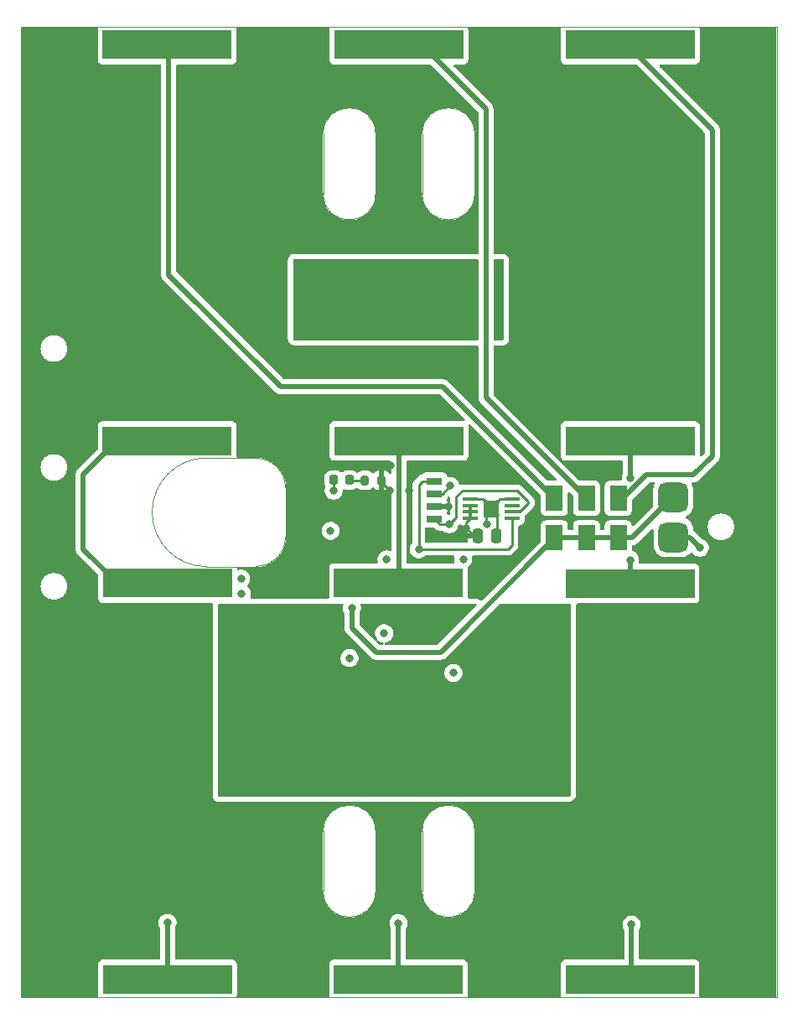
<source format=gbr>
%TF.GenerationSoftware,KiCad,Pcbnew,9.0.0*%
%TF.CreationDate,2025-04-21T01:21:51-04:00*%
%TF.ProjectId,xy_faces_CUpayload_v2,78795f66-6163-4657-935f-43557061796c,3.0*%
%TF.SameCoordinates,Original*%
%TF.FileFunction,Copper,L1,Top*%
%TF.FilePolarity,Positive*%
%FSLAX46Y46*%
G04 Gerber Fmt 4.6, Leading zero omitted, Abs format (unit mm)*
G04 Created by KiCad (PCBNEW 9.0.0) date 2025-04-21 01:21:51*
%MOMM*%
%LPD*%
G01*
G04 APERTURE LIST*
G04 Aperture macros list*
%AMRoundRect*
0 Rectangle with rounded corners*
0 $1 Rounding radius*
0 $2 $3 $4 $5 $6 $7 $8 $9 X,Y pos of 4 corners*
0 Add a 4 corners polygon primitive as box body*
4,1,4,$2,$3,$4,$5,$6,$7,$8,$9,$2,$3,0*
0 Add four circle primitives for the rounded corners*
1,1,$1+$1,$2,$3*
1,1,$1+$1,$4,$5*
1,1,$1+$1,$6,$7*
1,1,$1+$1,$8,$9*
0 Add four rect primitives between the rounded corners*
20,1,$1+$1,$2,$3,$4,$5,0*
20,1,$1+$1,$4,$5,$6,$7,0*
20,1,$1+$1,$6,$7,$8,$9,0*
20,1,$1+$1,$8,$9,$2,$3,0*%
G04 Aperture macros list end*
%TA.AperFunction,SMDPad,CuDef*%
%ADD10RoundRect,0.100000X0.687500X0.100000X-0.687500X0.100000X-0.687500X-0.100000X0.687500X-0.100000X0*%
%TD*%
%TA.AperFunction,HeatsinkPad*%
%ADD11C,0.500000*%
%TD*%
%TA.AperFunction,HeatsinkPad*%
%ADD12R,1.500000X1.800000*%
%TD*%
%TA.AperFunction,SMDPad,CuDef*%
%ADD13R,13.000000X3.000000*%
%TD*%
%TA.AperFunction,SMDPad,CuDef*%
%ADD14RoundRect,0.750000X0.750000X-0.750000X0.750000X0.750000X-0.750000X0.750000X-0.750000X-0.750000X0*%
%TD*%
%TA.AperFunction,SMDPad,CuDef*%
%ADD15R,1.700000X2.500000*%
%TD*%
%TA.AperFunction,SMDPad,CuDef*%
%ADD16RoundRect,0.250000X-0.250000X-0.475000X0.250000X-0.475000X0.250000X0.475000X-0.250000X0.475000X0*%
%TD*%
%TA.AperFunction,SMDPad,CuDef*%
%ADD17R,1.600000X0.700000*%
%TD*%
%TA.AperFunction,SMDPad,CuDef*%
%ADD18RoundRect,0.218750X-0.218750X-0.256250X0.218750X-0.256250X0.218750X0.256250X-0.218750X0.256250X0*%
%TD*%
%TA.AperFunction,SMDPad,CuDef*%
%ADD19RoundRect,0.200000X0.200000X0.275000X-0.200000X0.275000X-0.200000X-0.275000X0.200000X-0.275000X0*%
%TD*%
%TA.AperFunction,ViaPad*%
%ADD20C,0.800000*%
%TD*%
%TA.AperFunction,Conductor*%
%ADD21C,0.250000*%
%TD*%
%TA.AperFunction,Conductor*%
%ADD22C,0.500000*%
%TD*%
%TA.AperFunction,Profile*%
%ADD23C,0.050000*%
%TD*%
%TA.AperFunction,Profile*%
%ADD24C,0.100000*%
%TD*%
%TA.AperFunction,Profile*%
%ADD25C,0.200000*%
%TD*%
G04 APERTURE END LIST*
D10*
%TO.P,U2,1,SDA*%
%TO.N,SDA*%
X155937500Y-115395000D03*
%TO.P,U2,2,SCL*%
%TO.N,SCL*%
X155937500Y-114745000D03*
%TO.P,U2,3,Alert*%
%TO.N,unconnected-(U2-Alert-Pad3)*%
X155937500Y-114095000D03*
%TO.P,U2,4,GND*%
%TO.N,GND*%
X155937500Y-113445000D03*
%TO.P,U2,5,A2*%
X151712500Y-113445000D03*
%TO.P,U2,6,A1*%
%TO.N,+3V3*%
X151712500Y-114095000D03*
%TO.P,U2,7,A0*%
X151712500Y-114745000D03*
%TO.P,U2,8,VDD*%
X151712500Y-115395000D03*
D11*
%TO.P,U2,9,EP/GND*%
%TO.N,GND*%
X154375000Y-115070000D03*
X154375000Y-113770000D03*
D12*
X153825000Y-114420000D03*
D11*
X153275000Y-115070000D03*
X153275000Y-113770000D03*
%TD*%
D13*
%TO.P,SC5,1,+*%
%TO.N,Net-(D3-A)*%
X167860000Y-67570000D03*
%TO.P,SC5,2,-*%
%TO.N,Net-(SC5--)*%
X167860000Y-107570000D03*
%TD*%
D14*
%TO.P,TP1,1,1*%
%TO.N,VSOLAR*%
X172200000Y-113300000D03*
%TD*%
D15*
%TO.P,D3,1,K*%
%TO.N,VSOLAR*%
X166650000Y-117350000D03*
%TO.P,D3,2,A*%
%TO.N,Net-(D3-A)*%
X166650000Y-113350000D03*
%TD*%
D14*
%TO.P,TP2,1,1*%
%TO.N,GND*%
X172225000Y-117300000D03*
%TD*%
D15*
%TO.P,D1,1,K*%
%TO.N,VSOLAR*%
X160200000Y-117350000D03*
%TO.P,D1,2,A*%
%TO.N,Net-(D1-A)*%
X160200000Y-113350000D03*
%TD*%
D13*
%TO.P,SC3,1,+*%
%TO.N,Net-(D2-A)*%
X144490000Y-67570000D03*
%TO.P,SC3,2,-*%
%TO.N,Net-(SC3--)*%
X144490000Y-107570000D03*
%TD*%
%TO.P,SC4,1,+*%
%TO.N,Net-(SC3--)*%
X144450000Y-121940000D03*
%TO.P,SC4,2,-*%
%TO.N,GND*%
X144450000Y-161940000D03*
%TD*%
%TO.P,SC2,1,+*%
%TO.N,Net-(SC1--)*%
X121120000Y-121920000D03*
%TO.P,SC2,2,-*%
%TO.N,GND*%
X121120000Y-161920000D03*
%TD*%
D15*
%TO.P,D2,1,K*%
%TO.N,VSOLAR*%
X163450000Y-117350000D03*
%TO.P,D2,2,A*%
%TO.N,Net-(D2-A)*%
X163450000Y-113350000D03*
%TD*%
D13*
%TO.P,SC6,1,+*%
%TO.N,Net-(SC5--)*%
X167850000Y-121950000D03*
%TO.P,SC6,2,-*%
%TO.N,GND*%
X167850000Y-161950000D03*
%TD*%
D16*
%TO.P,C2,1*%
%TO.N,+3V3*%
X152450000Y-117200000D03*
%TO.P,C2,2*%
%TO.N,GND*%
X154350000Y-117200000D03*
%TD*%
D17*
%TO.P,U1,1,SCL*%
%TO.N,SCL*%
X148075000Y-115430000D03*
%TO.P,U1,2,VDD*%
%TO.N,+3V3*%
X148075000Y-114160000D03*
%TO.P,U1,3,GND*%
%TO.N,GND*%
X148075000Y-112890000D03*
%TO.P,U1,4,SDA*%
%TO.N,SDA*%
X148075000Y-111620000D03*
%TD*%
D18*
%TO.P,D4,1,K*%
%TO.N,GND*%
X137912500Y-111525000D03*
%TO.P,D4,2,A*%
%TO.N,Net-(D4-A)*%
X139487500Y-111525000D03*
%TD*%
D13*
%TO.P,SC1,1,+*%
%TO.N,Net-(D1-A)*%
X121090000Y-67570000D03*
%TO.P,SC1,2,-*%
%TO.N,Net-(SC1--)*%
X121090000Y-107570000D03*
%TD*%
D19*
%TO.P,R1,1*%
%TO.N,+3V3*%
X142725000Y-111550000D03*
%TO.P,R1,2*%
%TO.N,Net-(D4-A)*%
X141075000Y-111550000D03*
%TD*%
D20*
%TO.N,GND*%
X139500000Y-129500000D03*
X168000000Y-156390000D03*
X144450000Y-156250000D03*
X153400000Y-116000000D03*
X137600000Y-116650000D03*
X143250000Y-119550000D03*
X149675000Y-112100000D03*
X150000000Y-131000000D03*
X121120000Y-156220000D03*
X137912500Y-112600000D03*
X143000000Y-127000000D03*
X174900000Y-118350000D03*
X151000000Y-119500000D03*
%TO.N,+3V3*%
X143600000Y-112600000D03*
X155600000Y-103650000D03*
X149500000Y-114160000D03*
X148100000Y-103650000D03*
X151300000Y-116400000D03*
X152150000Y-103650000D03*
X143640000Y-110050000D03*
X145500000Y-112600000D03*
%TO.N,VSOLAR*%
X139750000Y-124450000D03*
%TO.N,SDA*%
X146500000Y-118500000D03*
X128560000Y-121470000D03*
%TO.N,SCL*%
X128630000Y-123030000D03*
X149600000Y-115990000D03*
%TO.N,Net-(SC5--)*%
X167900000Y-111350000D03*
X167850000Y-119600000D03*
%TD*%
D21*
%TO.N,GND*%
X153275000Y-115875000D02*
X153275000Y-115070000D01*
X148075000Y-112890000D02*
X148885000Y-112890000D01*
X155937500Y-113445000D02*
X154700000Y-113445000D01*
D22*
X144450000Y-161940000D02*
X144450000Y-156250000D01*
D21*
X151712500Y-113445000D02*
X152950000Y-113445000D01*
X137912500Y-112600000D02*
X137912500Y-111525000D01*
D22*
X168000000Y-161970000D02*
X168000000Y-156390000D01*
X172225000Y-117300000D02*
X173850000Y-117300000D01*
D21*
X153400000Y-116000000D02*
X153275000Y-115875000D01*
X154375000Y-115070000D02*
X154375000Y-116975000D01*
D22*
X121120000Y-161920000D02*
X121120000Y-156220000D01*
D21*
X152950000Y-113445000D02*
X153275000Y-113770000D01*
X148885000Y-112890000D02*
X149675000Y-112100000D01*
D22*
X173850000Y-117300000D02*
X174900000Y-118350000D01*
D21*
X154700000Y-113445000D02*
X154375000Y-113770000D01*
%TO.N,+3V3*%
X142725000Y-111725000D02*
X143600000Y-112600000D01*
X151300000Y-116400000D02*
X151300000Y-115807500D01*
X151712500Y-114745000D02*
X151712500Y-114095000D01*
X149500000Y-114160000D02*
X148075000Y-114160000D01*
X151300000Y-115807500D02*
X151712500Y-115395000D01*
X152100000Y-117200000D02*
X151300000Y-116400000D01*
X142725000Y-111550000D02*
X142725000Y-111725000D01*
X152450000Y-117200000D02*
X152100000Y-117200000D01*
X151712500Y-115395000D02*
X151712500Y-114745000D01*
D22*
%TO.N,VSOLAR*%
X166650000Y-117350000D02*
X163550000Y-117350000D01*
X148700000Y-128900000D02*
X160000000Y-117600000D01*
X139750000Y-126450000D02*
X142200000Y-128900000D01*
X163550000Y-117350000D02*
X160150000Y-117350000D01*
D21*
X163230000Y-116970000D02*
X163300000Y-116900000D01*
D22*
X139750000Y-124450000D02*
X139750000Y-126450000D01*
X166650000Y-117350000D02*
X168050000Y-117350000D01*
X168050000Y-117350000D02*
X172100000Y-113300000D01*
X142200000Y-128900000D02*
X148700000Y-128900000D01*
%TO.N,Net-(D1-A)*%
X121250000Y-90800000D02*
X121250000Y-67400000D01*
X160200000Y-113350000D02*
X148950000Y-102100000D01*
X132550000Y-102100000D02*
X121250000Y-90800000D01*
X148950000Y-102100000D02*
X132550000Y-102100000D01*
%TO.N,Net-(D2-A)*%
X153300000Y-103200000D02*
X153300000Y-74100000D01*
X163450000Y-113350000D02*
X153300000Y-103200000D01*
X153300000Y-74100000D02*
X146600000Y-67400000D01*
X146600000Y-67400000D02*
X145500000Y-67400000D01*
D21*
%TO.N,SDA*%
X146500000Y-118500000D02*
X146510000Y-118510000D01*
X155490000Y-118510000D02*
X155937500Y-118062500D01*
X146510000Y-118510000D02*
X155490000Y-118510000D01*
X146500000Y-112000000D02*
X146880000Y-111620000D01*
X155937500Y-118062500D02*
X155937500Y-115395000D01*
X146880000Y-111620000D02*
X148075000Y-111620000D01*
X146500000Y-118500000D02*
X146500000Y-112000000D01*
%TO.N,SCL*%
X150300000Y-115290000D02*
X150300000Y-113200000D01*
X155937500Y-114745000D02*
X156678812Y-114745000D01*
X157573812Y-113690000D02*
X157573812Y-113850000D01*
X149600000Y-115990000D02*
X148635000Y-115990000D01*
X150300000Y-113200000D02*
X150900000Y-112600000D01*
X149600000Y-115990000D02*
X150300000Y-115290000D01*
X148635000Y-115990000D02*
X148075000Y-115430000D01*
X156678812Y-114745000D02*
X157573812Y-113850000D01*
X156483812Y-112600000D02*
X157573812Y-113690000D01*
X150900000Y-112600000D02*
X156483812Y-112600000D01*
D22*
%TO.N,Net-(D3-A)*%
X167103496Y-113350000D02*
X169453496Y-111000000D01*
X166650000Y-113350000D02*
X167103496Y-113350000D01*
X176150000Y-76150000D02*
X167900000Y-67900000D01*
X169453496Y-111000000D02*
X174250000Y-111000000D01*
X176150000Y-109100000D02*
X176150000Y-76150000D01*
X174250000Y-111000000D02*
X176150000Y-109100000D01*
D21*
%TO.N,Net-(D4-A)*%
X141075000Y-111550000D02*
X139512500Y-111550000D01*
X139512500Y-111550000D02*
X139487500Y-111525000D01*
D22*
%TO.N,Net-(SC1--)*%
X112600000Y-110950000D02*
X115980000Y-107570000D01*
X112600000Y-118490000D02*
X112600000Y-110950000D01*
X116030000Y-121920000D02*
X112600000Y-118490000D01*
X115980000Y-107570000D02*
X121090000Y-107570000D01*
X121120000Y-121920000D02*
X116030000Y-121920000D01*
%TO.N,Net-(SC3--)*%
X144490000Y-121900000D02*
X144450000Y-121940000D01*
X144490000Y-107570000D02*
X144490000Y-121900000D01*
%TO.N,Net-(SC5--)*%
X167850000Y-121950000D02*
X167850000Y-119600000D01*
X167860000Y-121830000D02*
X168000000Y-121970000D01*
X167900000Y-111350000D02*
X167900000Y-107650000D01*
%TD*%
%TA.AperFunction,Conductor*%
%TO.N,+3V3*%
G36*
X114043771Y-65795502D02*
G01*
X114090264Y-65849158D01*
X114100368Y-65919432D01*
X114093706Y-65945528D01*
X114088011Y-65960799D01*
X114088010Y-65960802D01*
X114088009Y-65960803D01*
X114081500Y-66021350D01*
X114081500Y-69118649D01*
X114088009Y-69179196D01*
X114088011Y-69179204D01*
X114139110Y-69316202D01*
X114139112Y-69316207D01*
X114226738Y-69433261D01*
X114343792Y-69520887D01*
X114343794Y-69520888D01*
X114343796Y-69520889D01*
X114402875Y-69542924D01*
X114480795Y-69571988D01*
X114480803Y-69571990D01*
X114541350Y-69578499D01*
X114541355Y-69578499D01*
X114541362Y-69578500D01*
X120365500Y-69578500D01*
X120433621Y-69598502D01*
X120480114Y-69652158D01*
X120491500Y-69704500D01*
X120491500Y-90725295D01*
X120491500Y-90874705D01*
X120520649Y-91021247D01*
X120577826Y-91159284D01*
X120660834Y-91283515D01*
X131960834Y-102583515D01*
X131960835Y-102583516D01*
X132066484Y-102689165D01*
X132190716Y-102772174D01*
X132271576Y-102805667D01*
X132328753Y-102829351D01*
X132385889Y-102840716D01*
X132475294Y-102858500D01*
X132475295Y-102858500D01*
X132624705Y-102858500D01*
X148583629Y-102858500D01*
X148651750Y-102878502D01*
X148672724Y-102895405D01*
X151123724Y-105346405D01*
X151157750Y-105408717D01*
X151152685Y-105479532D01*
X151110138Y-105536368D01*
X151043618Y-105561179D01*
X151034629Y-105561500D01*
X137941350Y-105561500D01*
X137880803Y-105568009D01*
X137880795Y-105568011D01*
X137743797Y-105619110D01*
X137743792Y-105619112D01*
X137626738Y-105706738D01*
X137539112Y-105823792D01*
X137539110Y-105823797D01*
X137488011Y-105960795D01*
X137488009Y-105960803D01*
X137481500Y-106021350D01*
X137481500Y-109118649D01*
X137488009Y-109179196D01*
X137488011Y-109179204D01*
X137539110Y-109316202D01*
X137539112Y-109316207D01*
X137626738Y-109433261D01*
X137743792Y-109520887D01*
X137743794Y-109520888D01*
X137743796Y-109520889D01*
X137802875Y-109542924D01*
X137880795Y-109571988D01*
X137880803Y-109571990D01*
X137941350Y-109578499D01*
X137941355Y-109578499D01*
X137941362Y-109578500D01*
X143605500Y-109578500D01*
X143673621Y-109598502D01*
X143720114Y-109652158D01*
X143731500Y-109704500D01*
X143731500Y-110788584D01*
X143711498Y-110856705D01*
X143657842Y-110903198D01*
X143587568Y-110913302D01*
X143522988Y-110883808D01*
X143497672Y-110853770D01*
X143486421Y-110835159D01*
X143486413Y-110835149D01*
X143364850Y-110713586D01*
X143364840Y-110713578D01*
X143217706Y-110624633D01*
X143053552Y-110573481D01*
X142982223Y-110567000D01*
X142979000Y-110567000D01*
X142979000Y-112532999D01*
X142982222Y-112532999D01*
X143053553Y-112526518D01*
X143217706Y-112475366D01*
X143364840Y-112386421D01*
X143364850Y-112386413D01*
X143486413Y-112264850D01*
X143486421Y-112264840D01*
X143497671Y-112246231D01*
X143550030Y-112198282D01*
X143620000Y-112186252D01*
X143685366Y-112213960D01*
X143725376Y-112272610D01*
X143731500Y-112311415D01*
X143731500Y-118577517D01*
X143711498Y-118645638D01*
X143657842Y-118692131D01*
X143587568Y-118702235D01*
X143557282Y-118693926D01*
X143515005Y-118676414D01*
X143339481Y-118641500D01*
X143339479Y-118641500D01*
X143160521Y-118641500D01*
X143160518Y-118641500D01*
X143029771Y-118667507D01*
X142985000Y-118676413D01*
X142984999Y-118676413D01*
X142984996Y-118676414D01*
X142819662Y-118744899D01*
X142670869Y-118844319D01*
X142670862Y-118844324D01*
X142544324Y-118970862D01*
X142544319Y-118970869D01*
X142444899Y-119119662D01*
X142376414Y-119284996D01*
X142376413Y-119284999D01*
X142376413Y-119285000D01*
X142371739Y-119308500D01*
X142341500Y-119460518D01*
X142341500Y-119639481D01*
X142358171Y-119723294D01*
X142366467Y-119765000D01*
X142369634Y-119780918D01*
X142363306Y-119851632D01*
X142319752Y-119907700D01*
X142252799Y-119931319D01*
X142246055Y-119931500D01*
X137901350Y-119931500D01*
X137840803Y-119938009D01*
X137840795Y-119938011D01*
X137703797Y-119989110D01*
X137703792Y-119989112D01*
X137586738Y-120076738D01*
X137499112Y-120193792D01*
X137499110Y-120193797D01*
X137448011Y-120330795D01*
X137448009Y-120330803D01*
X137441500Y-120391350D01*
X137441500Y-123360500D01*
X137421498Y-123428621D01*
X137367842Y-123475114D01*
X137315500Y-123486500D01*
X129612838Y-123486500D01*
X129544717Y-123466498D01*
X129498224Y-123412842D01*
X129488120Y-123342568D01*
X129496429Y-123312282D01*
X129503585Y-123295005D01*
X129503585Y-123295004D01*
X129503587Y-123295000D01*
X129538500Y-123119479D01*
X129538500Y-122940521D01*
X129503587Y-122765000D01*
X129435102Y-122599664D01*
X129335678Y-122450865D01*
X129209135Y-122324322D01*
X129209133Y-122324320D01*
X129209130Y-122324318D01*
X129205723Y-122322042D01*
X129160195Y-122267565D01*
X129151348Y-122197122D01*
X129181989Y-122133078D01*
X129186593Y-122128219D01*
X129265678Y-122049135D01*
X129365102Y-121900336D01*
X129433587Y-121735000D01*
X129468500Y-121559479D01*
X129468500Y-121380521D01*
X129433587Y-121205000D01*
X129365102Y-121039664D01*
X129265678Y-120890865D01*
X129139135Y-120764322D01*
X128990336Y-120664898D01*
X128873429Y-120616473D01*
X128825003Y-120596414D01*
X128825001Y-120596413D01*
X128825000Y-120596413D01*
X128736645Y-120578838D01*
X128649481Y-120561500D01*
X128649479Y-120561500D01*
X128470521Y-120561500D01*
X128470518Y-120561500D01*
X128340650Y-120587332D01*
X128295000Y-120596413D01*
X128294999Y-120596413D01*
X128294991Y-120596415D01*
X128291061Y-120597607D01*
X128220067Y-120598232D01*
X128160005Y-120560375D01*
X128129945Y-120496056D01*
X128128500Y-120477028D01*
X128128500Y-120414000D01*
X128148502Y-120345879D01*
X128202158Y-120299386D01*
X128254500Y-120288000D01*
X130233557Y-120288000D01*
X130233560Y-120288000D01*
X130548942Y-120254852D01*
X130859132Y-120188919D01*
X130859133Y-120188918D01*
X130859136Y-120188918D01*
X131160725Y-120090926D01*
X131160725Y-120090925D01*
X131160730Y-120090924D01*
X131450433Y-119961940D01*
X131725067Y-119803380D01*
X131725072Y-119803376D01*
X131725076Y-119803374D01*
X131881841Y-119689477D01*
X131981622Y-119616982D01*
X132217287Y-119404787D01*
X132429482Y-119169122D01*
X132579049Y-118963261D01*
X132615874Y-118912576D01*
X132615876Y-118912572D01*
X132615880Y-118912567D01*
X132774440Y-118637933D01*
X132903424Y-118348230D01*
X132907130Y-118336826D01*
X133001418Y-118046636D01*
X133006618Y-118022173D01*
X133067352Y-117736442D01*
X133100500Y-117421060D01*
X133100500Y-117262500D01*
X133100500Y-117254215D01*
X133100500Y-116560518D01*
X136691500Y-116560518D01*
X136691500Y-116739481D01*
X136702564Y-116795102D01*
X136726413Y-116915000D01*
X136794898Y-117080336D01*
X136894322Y-117229135D01*
X137020865Y-117355678D01*
X137169664Y-117455102D01*
X137335000Y-117523587D01*
X137510521Y-117558500D01*
X137510522Y-117558500D01*
X137689478Y-117558500D01*
X137689479Y-117558500D01*
X137865000Y-117523587D01*
X138030336Y-117455102D01*
X138179135Y-117355678D01*
X138305678Y-117229135D01*
X138405102Y-117080336D01*
X138473587Y-116915000D01*
X138508500Y-116739479D01*
X138508500Y-116560521D01*
X138473587Y-116385000D01*
X138405102Y-116219664D01*
X138305678Y-116070865D01*
X138179135Y-115944322D01*
X138030336Y-115844898D01*
X137913429Y-115796473D01*
X137865003Y-115776414D01*
X137865001Y-115776413D01*
X137865000Y-115776413D01*
X137776645Y-115758838D01*
X137689481Y-115741500D01*
X137689479Y-115741500D01*
X137510521Y-115741500D01*
X137510518Y-115741500D01*
X137379771Y-115767507D01*
X137335000Y-115776413D01*
X137334999Y-115776413D01*
X137334996Y-115776414D01*
X137169662Y-115844899D01*
X137020869Y-115944319D01*
X137020862Y-115944324D01*
X136894324Y-116070862D01*
X136894319Y-116070869D01*
X136794899Y-116219662D01*
X136726414Y-116384996D01*
X136726413Y-116384999D01*
X136726413Y-116385000D01*
X136722938Y-116402472D01*
X136691500Y-116560518D01*
X133100500Y-116560518D01*
X133100500Y-112276938D01*
X133100500Y-112128940D01*
X133067352Y-111813558D01*
X133005138Y-111520865D01*
X133001418Y-111503363D01*
X132921050Y-111256017D01*
X132921049Y-111256015D01*
X132909439Y-111220280D01*
X136966500Y-111220280D01*
X136966500Y-111829710D01*
X136976379Y-111926409D01*
X136976676Y-111929314D01*
X137017120Y-112051367D01*
X137030152Y-112090694D01*
X137062108Y-112142503D01*
X137080845Y-112210982D01*
X137071276Y-112256866D01*
X137038916Y-112334990D01*
X137038913Y-112334999D01*
X137004000Y-112510518D01*
X137004000Y-112689481D01*
X137019469Y-112767250D01*
X137038913Y-112865000D01*
X137107398Y-113030336D01*
X137206822Y-113179135D01*
X137333365Y-113305678D01*
X137482164Y-113405102D01*
X137647500Y-113473587D01*
X137823021Y-113508500D01*
X137823022Y-113508500D01*
X138001978Y-113508500D01*
X138001979Y-113508500D01*
X138177500Y-113473587D01*
X138342836Y-113405102D01*
X138491635Y-113305678D01*
X138618178Y-113179135D01*
X138717602Y-113030336D01*
X138786087Y-112865000D01*
X138821000Y-112689479D01*
X138821000Y-112573507D01*
X138841002Y-112505386D01*
X138894658Y-112458893D01*
X138964932Y-112448789D01*
X138986627Y-112453901D01*
X139120686Y-112498324D01*
X139220289Y-112508500D01*
X139754710Y-112508499D01*
X139854314Y-112498324D01*
X140015692Y-112444849D01*
X140160387Y-112355600D01*
X140192913Y-112323073D01*
X140255223Y-112289049D01*
X140326039Y-112294113D01*
X140371101Y-112323072D01*
X140434845Y-112386816D01*
X140582087Y-112475827D01*
X140746351Y-112527013D01*
X140817735Y-112533500D01*
X141332264Y-112533499D01*
X141403649Y-112527013D01*
X141567913Y-112475827D01*
X141715155Y-112386816D01*
X141749645Y-112352326D01*
X141811259Y-112290713D01*
X141873571Y-112256687D01*
X141944386Y-112261752D01*
X141989449Y-112290713D01*
X142085149Y-112386413D01*
X142085159Y-112386421D01*
X142232293Y-112475366D01*
X142396446Y-112526518D01*
X142467781Y-112532999D01*
X142470999Y-112532999D01*
X142471000Y-112532998D01*
X142471000Y-110567000D01*
X142467768Y-110567001D01*
X142396446Y-110573481D01*
X142232293Y-110624633D01*
X142085159Y-110713578D01*
X142085149Y-110713586D01*
X141989449Y-110809287D01*
X141927137Y-110843313D01*
X141856322Y-110838248D01*
X141811259Y-110809287D01*
X141715160Y-110713188D01*
X141715155Y-110713184D01*
X141684091Y-110694405D01*
X141567913Y-110624173D01*
X141567912Y-110624172D01*
X141567911Y-110624172D01*
X141567906Y-110624170D01*
X141403646Y-110572986D01*
X141351723Y-110568268D01*
X141332265Y-110566500D01*
X141332262Y-110566500D01*
X140817738Y-110566500D01*
X140746353Y-110572986D01*
X140746352Y-110572986D01*
X140582093Y-110624170D01*
X140582088Y-110624172D01*
X140434844Y-110713184D01*
X140434839Y-110713188D01*
X140396103Y-110751925D01*
X140333791Y-110785951D01*
X140262976Y-110780886D01*
X140217913Y-110751925D01*
X140160393Y-110694405D01*
X140160387Y-110694400D01*
X140015692Y-110605151D01*
X139977776Y-110592587D01*
X139854314Y-110551676D01*
X139854311Y-110551675D01*
X139854309Y-110551675D01*
X139754719Y-110541500D01*
X139220289Y-110541500D01*
X139120690Y-110551675D01*
X139120687Y-110551675D01*
X139120686Y-110551676D01*
X139040723Y-110578172D01*
X138959307Y-110605151D01*
X138814612Y-110694400D01*
X138814606Y-110694405D01*
X138789095Y-110719917D01*
X138726783Y-110753943D01*
X138655968Y-110748878D01*
X138610905Y-110719917D01*
X138585393Y-110694405D01*
X138585387Y-110694400D01*
X138440692Y-110605151D01*
X138402776Y-110592587D01*
X138279314Y-110551676D01*
X138279311Y-110551675D01*
X138279309Y-110551675D01*
X138179719Y-110541500D01*
X137645289Y-110541500D01*
X137545690Y-110551675D01*
X137545687Y-110551675D01*
X137545686Y-110551676D01*
X137465723Y-110578172D01*
X137384307Y-110605151D01*
X137239612Y-110694400D01*
X137239606Y-110694405D01*
X137119405Y-110814606D01*
X137119400Y-110814612D01*
X137030151Y-110959307D01*
X137013073Y-111010845D01*
X136988503Y-111084996D01*
X136976675Y-111120690D01*
X136966500Y-111220280D01*
X132909439Y-111220280D01*
X132903428Y-111201779D01*
X132903425Y-111201773D01*
X132902968Y-111200747D01*
X132774440Y-110912067D01*
X132774439Y-110912065D01*
X132774436Y-110912059D01*
X132615874Y-110637423D01*
X132429482Y-110380878D01*
X132429481Y-110380877D01*
X132415312Y-110365141D01*
X132217287Y-110145213D01*
X131981622Y-109933018D01*
X131981621Y-109933017D01*
X131725075Y-109746625D01*
X131725076Y-109746625D01*
X131450440Y-109588063D01*
X131450434Y-109588060D01*
X131160726Y-109459074D01*
X131160725Y-109459073D01*
X130859136Y-109361081D01*
X130548944Y-109295148D01*
X130233563Y-109262000D01*
X130233560Y-109262000D01*
X130085562Y-109262000D01*
X128223360Y-109262000D01*
X128155239Y-109241998D01*
X128108746Y-109188342D01*
X128098081Y-109122537D01*
X128098194Y-109121475D01*
X128098500Y-109118638D01*
X128098500Y-106021362D01*
X128098499Y-106021350D01*
X128091990Y-105960803D01*
X128091988Y-105960795D01*
X128040889Y-105823797D01*
X128040887Y-105823792D01*
X127953261Y-105706738D01*
X127836207Y-105619112D01*
X127836202Y-105619110D01*
X127699204Y-105568011D01*
X127699196Y-105568009D01*
X127638649Y-105561500D01*
X127638638Y-105561500D01*
X114541362Y-105561500D01*
X114541350Y-105561500D01*
X114480803Y-105568009D01*
X114480795Y-105568011D01*
X114343797Y-105619110D01*
X114343792Y-105619112D01*
X114226738Y-105706738D01*
X114139112Y-105823792D01*
X114139110Y-105823797D01*
X114088011Y-105960795D01*
X114088009Y-105960803D01*
X114081500Y-106021350D01*
X114081500Y-108343628D01*
X114061498Y-108411749D01*
X114044595Y-108432723D01*
X112010837Y-110466480D01*
X112010834Y-110466484D01*
X112009065Y-110469132D01*
X111960712Y-110541500D01*
X111953913Y-110551675D01*
X111953912Y-110551676D01*
X111927826Y-110590716D01*
X111870650Y-110728750D01*
X111870649Y-110728753D01*
X111841500Y-110875290D01*
X111841500Y-118564707D01*
X111842801Y-118571247D01*
X111870649Y-118711247D01*
X111870650Y-118711250D01*
X111891770Y-118762239D01*
X111927826Y-118849284D01*
X112010834Y-118973515D01*
X112010838Y-118973519D01*
X114074595Y-121037276D01*
X114108621Y-121099588D01*
X114111500Y-121126371D01*
X114111500Y-123468649D01*
X114118009Y-123529196D01*
X114118011Y-123529204D01*
X114169110Y-123666202D01*
X114169112Y-123666207D01*
X114256738Y-123783261D01*
X114373792Y-123870887D01*
X114373794Y-123870888D01*
X114373796Y-123870889D01*
X114432875Y-123892924D01*
X114510795Y-123921988D01*
X114510803Y-123921990D01*
X114571350Y-123928499D01*
X114571355Y-123928499D01*
X114571362Y-123928500D01*
X125573130Y-123928500D01*
X125641251Y-123948502D01*
X125687744Y-124002158D01*
X125697847Y-124072428D01*
X125694392Y-124096467D01*
X125686500Y-124151364D01*
X125686500Y-143376007D01*
X125698237Y-143485164D01*
X125709441Y-143536667D01*
X125743125Y-143637869D01*
X125744110Y-143640827D01*
X125755481Y-143658520D01*
X125823130Y-143763784D01*
X125823131Y-143763786D01*
X125868880Y-143816582D01*
X125868882Y-143816583D01*
X125868884Y-143816586D01*
X125979339Y-143912297D01*
X126057194Y-143947853D01*
X126112284Y-143973013D01*
X126112286Y-143973013D01*
X126112287Y-143973014D01*
X126179326Y-143992699D01*
X126179330Y-143992700D01*
X126324000Y-144013500D01*
X126324004Y-144013500D01*
X161648650Y-144013500D01*
X161694536Y-144011039D01*
X161703533Y-144010557D01*
X161729891Y-144007723D01*
X161770797Y-144001094D01*
X161784145Y-143998932D01*
X161784146Y-143998931D01*
X161784149Y-143998931D01*
X161921091Y-143947854D01*
X161982414Y-143914369D01*
X162099418Y-143826780D01*
X162226780Y-143699418D01*
X162263517Y-143658520D01*
X162280151Y-143637878D01*
X162312297Y-143593299D01*
X162373014Y-143460351D01*
X162392699Y-143393312D01*
X162392700Y-143393308D01*
X162413500Y-143248638D01*
X162413500Y-124151362D01*
X162413500Y-124151349D01*
X162410558Y-124096487D01*
X162410557Y-124096467D01*
X162410554Y-124096444D01*
X162410422Y-124094795D01*
X162410467Y-124094791D01*
X162410467Y-124094783D01*
X162410777Y-124094766D01*
X162411358Y-124094719D01*
X162423230Y-124028288D01*
X162471522Y-123976245D01*
X162535996Y-123958500D01*
X174398632Y-123958500D01*
X174398638Y-123958500D01*
X174398645Y-123958499D01*
X174398649Y-123958499D01*
X174459196Y-123951990D01*
X174459199Y-123951989D01*
X174459201Y-123951989D01*
X174596204Y-123900889D01*
X174713261Y-123813261D01*
X174735719Y-123783261D01*
X174800887Y-123696207D01*
X174800887Y-123696206D01*
X174800889Y-123696204D01*
X174851989Y-123559201D01*
X174852493Y-123554518D01*
X174858499Y-123498649D01*
X174858500Y-123498632D01*
X174858500Y-120401367D01*
X174858499Y-120401350D01*
X174851990Y-120340803D01*
X174851988Y-120340795D01*
X174818473Y-120250941D01*
X174800889Y-120203796D01*
X174800888Y-120203794D01*
X174800887Y-120203792D01*
X174713261Y-120086738D01*
X174596207Y-119999112D01*
X174596202Y-119999110D01*
X174459204Y-119948011D01*
X174459196Y-119948009D01*
X174398649Y-119941500D01*
X174398638Y-119941500D01*
X168861902Y-119941500D01*
X168793781Y-119921498D01*
X168747288Y-119867842D01*
X168737184Y-119797568D01*
X168738323Y-119790919D01*
X168758499Y-119689484D01*
X168758500Y-119689477D01*
X168758500Y-119510522D01*
X168758499Y-119510518D01*
X168748554Y-119460521D01*
X168723587Y-119335000D01*
X168655102Y-119169664D01*
X168555678Y-119020865D01*
X168429135Y-118894322D01*
X168280336Y-118794898D01*
X168115000Y-118726413D01*
X168114998Y-118726412D01*
X168109911Y-118725400D01*
X168047003Y-118692489D01*
X168011875Y-118630792D01*
X168008500Y-118601823D01*
X168008500Y-118234144D01*
X168017753Y-118202629D01*
X168025610Y-118170749D01*
X168027693Y-118168776D01*
X168028502Y-118166023D01*
X168053324Y-118144514D01*
X168077170Y-118121942D01*
X168080501Y-118120964D01*
X168082158Y-118119530D01*
X168111103Y-118110335D01*
X168120812Y-118108500D01*
X168124705Y-118108500D01*
X168124706Y-118108500D01*
X168197976Y-118093925D01*
X168271247Y-118079351D01*
X168409284Y-118022174D01*
X168533515Y-117939166D01*
X170001405Y-116471274D01*
X170063717Y-116437250D01*
X170134532Y-116442314D01*
X170191368Y-116484861D01*
X170216179Y-116551381D01*
X170216500Y-116560370D01*
X170216500Y-118114636D01*
X170226970Y-118247669D01*
X170226970Y-118247672D01*
X170226971Y-118247673D01*
X170282320Y-118467332D01*
X170282323Y-118467341D01*
X170376004Y-118673588D01*
X170376009Y-118673597D01*
X170505011Y-118859799D01*
X170505015Y-118859804D01*
X170665195Y-119019984D01*
X170665200Y-119019988D01*
X170851402Y-119148990D01*
X170851411Y-119148995D01*
X170891711Y-119167300D01*
X171057664Y-119242679D01*
X171277331Y-119298030D01*
X171410364Y-119308500D01*
X171410367Y-119308500D01*
X173039633Y-119308500D01*
X173039636Y-119308500D01*
X173172669Y-119298030D01*
X173392336Y-119242679D01*
X173598591Y-119148994D01*
X173603772Y-119145405D01*
X173783533Y-119020865D01*
X173784802Y-119019986D01*
X173944986Y-118859802D01*
X173944994Y-118859790D01*
X173948611Y-118855459D01*
X173950295Y-118856865D01*
X173998085Y-118818260D01*
X174068666Y-118810586D01*
X174132191Y-118842290D01*
X174151207Y-118864609D01*
X174194322Y-118929135D01*
X174320865Y-119055678D01*
X174469664Y-119155102D01*
X174635000Y-119223587D01*
X174810521Y-119258500D01*
X174810522Y-119258500D01*
X174989478Y-119258500D01*
X174989479Y-119258500D01*
X175165000Y-119223587D01*
X175330336Y-119155102D01*
X175479135Y-119055678D01*
X175605678Y-118929135D01*
X175705102Y-118780336D01*
X175773587Y-118615000D01*
X175808500Y-118439479D01*
X175808500Y-118260521D01*
X175773587Y-118085000D01*
X175705102Y-117919664D01*
X175605678Y-117770865D01*
X175479135Y-117644322D01*
X175330336Y-117544898D01*
X175165000Y-117476413D01*
X175120211Y-117467503D01*
X175057303Y-117434595D01*
X175055701Y-117433020D01*
X174333517Y-116710836D01*
X174333515Y-116710834D01*
X174289497Y-116681422D01*
X174243970Y-116626944D01*
X174233500Y-116576657D01*
X174233500Y-116485367D01*
X174233241Y-116482072D01*
X174223030Y-116352331D01*
X174168232Y-116134859D01*
X175562000Y-116134859D01*
X175562000Y-116139216D01*
X175562000Y-116365141D01*
X175598024Y-116592587D01*
X175669185Y-116811597D01*
X175773730Y-117016779D01*
X175909086Y-117203081D01*
X175909088Y-117203083D01*
X175909090Y-117203086D01*
X176071913Y-117365909D01*
X176071916Y-117365911D01*
X176071919Y-117365914D01*
X176258221Y-117501270D01*
X176463403Y-117605815D01*
X176682413Y-117676976D01*
X176909859Y-117713000D01*
X176909862Y-117713000D01*
X177140138Y-117713000D01*
X177140141Y-117713000D01*
X177367587Y-117676976D01*
X177586597Y-117605815D01*
X177791779Y-117501270D01*
X177978081Y-117365914D01*
X178140914Y-117203081D01*
X178276270Y-117016779D01*
X178380815Y-116811597D01*
X178451976Y-116592587D01*
X178488000Y-116365141D01*
X178488000Y-116134859D01*
X178451976Y-115907413D01*
X178380815Y-115688403D01*
X178276270Y-115483221D01*
X178140914Y-115296919D01*
X178140911Y-115296916D01*
X178140909Y-115296913D01*
X177978086Y-115134090D01*
X177978083Y-115134088D01*
X177978081Y-115134086D01*
X177821038Y-115019988D01*
X177791782Y-114998732D01*
X177791781Y-114998731D01*
X177791779Y-114998730D01*
X177586597Y-114894185D01*
X177367587Y-114823024D01*
X177140141Y-114787000D01*
X176909859Y-114787000D01*
X176682413Y-114823024D01*
X176682410Y-114823024D01*
X176682409Y-114823025D01*
X176463403Y-114894185D01*
X176463401Y-114894186D01*
X176258217Y-114998732D01*
X176071916Y-115134088D01*
X176071913Y-115134090D01*
X175909090Y-115296913D01*
X175909088Y-115296916D01*
X175773732Y-115483217D01*
X175669186Y-115688401D01*
X175669185Y-115688403D01*
X175615447Y-115853792D01*
X175598024Y-115907413D01*
X175562000Y-116134859D01*
X174168232Y-116134859D01*
X174167679Y-116132664D01*
X174073994Y-115926409D01*
X174073993Y-115926408D01*
X174073990Y-115926402D01*
X173944988Y-115740200D01*
X173944984Y-115740195D01*
X173784804Y-115580015D01*
X173784799Y-115580011D01*
X173598597Y-115451009D01*
X173598588Y-115451004D01*
X173506204Y-115409042D01*
X173452453Y-115362659D01*
X173432312Y-115294579D01*
X173452175Y-115226418D01*
X173505736Y-115179816D01*
X173505962Y-115179712D01*
X173573591Y-115148994D01*
X173579781Y-115144706D01*
X173759799Y-115019988D01*
X173759798Y-115019988D01*
X173759802Y-115019986D01*
X173919986Y-114859802D01*
X174048994Y-114673591D01*
X174142679Y-114467336D01*
X174198030Y-114247669D01*
X174208500Y-114114636D01*
X174208500Y-112485364D01*
X174198030Y-112352331D01*
X174142679Y-112132664D01*
X174078241Y-111990799D01*
X174053627Y-111936608D01*
X174043666Y-111866313D01*
X174073291Y-111801793D01*
X174133096Y-111763532D01*
X174168347Y-111758500D01*
X174324706Y-111758500D01*
X174443933Y-111734784D01*
X174471247Y-111729351D01*
X174609284Y-111672174D01*
X174733515Y-111589166D01*
X176739166Y-109583515D01*
X176822174Y-109459284D01*
X176879351Y-109321246D01*
X176886076Y-109287439D01*
X176908500Y-109174706D01*
X176908500Y-76075294D01*
X176879351Y-75928754D01*
X176839008Y-75831358D01*
X176822174Y-75790716D01*
X176739166Y-75666485D01*
X170866276Y-69793595D01*
X170832250Y-69731283D01*
X170837315Y-69660468D01*
X170879862Y-69603632D01*
X170946382Y-69578821D01*
X170955371Y-69578500D01*
X174408632Y-69578500D01*
X174408638Y-69578500D01*
X174408645Y-69578499D01*
X174408649Y-69578499D01*
X174469196Y-69571990D01*
X174469199Y-69571989D01*
X174469201Y-69571989D01*
X174606204Y-69520889D01*
X174723261Y-69433261D01*
X174810889Y-69316204D01*
X174861989Y-69179201D01*
X174868500Y-69118638D01*
X174868500Y-66021362D01*
X174868499Y-66021350D01*
X174861990Y-65960803D01*
X174861989Y-65960802D01*
X174861989Y-65960799D01*
X174856294Y-65945532D01*
X174851229Y-65874720D01*
X174885252Y-65812407D01*
X174947564Y-65778380D01*
X174974350Y-65775500D01*
X182498500Y-65775500D01*
X182566621Y-65795502D01*
X182613114Y-65849158D01*
X182624500Y-65901500D01*
X182624500Y-163598500D01*
X182604498Y-163666621D01*
X182550842Y-163713114D01*
X182498500Y-163724500D01*
X174971810Y-163724500D01*
X174903689Y-163704498D01*
X174857196Y-163650842D01*
X174847092Y-163580568D01*
X174850566Y-163566960D01*
X174850177Y-163566868D01*
X174851990Y-163559196D01*
X174858499Y-163498649D01*
X174858500Y-163498632D01*
X174858500Y-160401367D01*
X174858499Y-160401350D01*
X174851990Y-160340803D01*
X174851988Y-160340795D01*
X174800889Y-160203797D01*
X174800887Y-160203792D01*
X174713261Y-160086738D01*
X174596207Y-159999112D01*
X174596202Y-159999110D01*
X174459204Y-159948011D01*
X174459196Y-159948009D01*
X174398649Y-159941500D01*
X174398638Y-159941500D01*
X168884500Y-159941500D01*
X168816379Y-159921498D01*
X168769886Y-159867842D01*
X168758500Y-159815500D01*
X168758500Y-156928302D01*
X168778502Y-156860181D01*
X168779735Y-156858300D01*
X168805102Y-156820336D01*
X168873587Y-156655000D01*
X168908500Y-156479479D01*
X168908500Y-156300521D01*
X168873587Y-156125000D01*
X168805102Y-155959664D01*
X168705678Y-155810865D01*
X168579135Y-155684322D01*
X168430336Y-155584898D01*
X168313429Y-155536473D01*
X168265003Y-155516414D01*
X168265001Y-155516413D01*
X168265000Y-155516413D01*
X168176645Y-155498838D01*
X168089481Y-155481500D01*
X168089479Y-155481500D01*
X167910521Y-155481500D01*
X167910518Y-155481500D01*
X167779771Y-155507507D01*
X167735000Y-155516413D01*
X167734999Y-155516413D01*
X167734996Y-155516414D01*
X167569662Y-155584899D01*
X167420869Y-155684319D01*
X167420862Y-155684324D01*
X167294324Y-155810862D01*
X167294319Y-155810869D01*
X167194899Y-155959662D01*
X167126414Y-156124996D01*
X167126413Y-156124999D01*
X167126413Y-156125000D01*
X167119347Y-156160522D01*
X167091500Y-156300518D01*
X167091500Y-156479481D01*
X167098566Y-156515003D01*
X167125485Y-156650337D01*
X167126414Y-156655003D01*
X167136908Y-156680337D01*
X167194898Y-156820336D01*
X167194899Y-156820337D01*
X167220265Y-156858300D01*
X167241480Y-156926053D01*
X167241500Y-156928302D01*
X167241500Y-159815500D01*
X167221498Y-159883621D01*
X167167842Y-159930114D01*
X167115500Y-159941500D01*
X161301350Y-159941500D01*
X161240803Y-159948009D01*
X161240795Y-159948011D01*
X161103797Y-159999110D01*
X161103792Y-159999112D01*
X160986738Y-160086738D01*
X160899112Y-160203792D01*
X160899110Y-160203797D01*
X160848011Y-160340795D01*
X160848009Y-160340803D01*
X160841500Y-160401350D01*
X160841500Y-163498649D01*
X160848009Y-163559196D01*
X160849823Y-163566868D01*
X160847175Y-163567493D01*
X160851313Y-163625274D01*
X160817292Y-163687589D01*
X160754983Y-163721618D01*
X160728190Y-163724500D01*
X151568080Y-163724500D01*
X151499959Y-163704498D01*
X151453466Y-163650842D01*
X151443362Y-163580568D01*
X151450026Y-163554464D01*
X151450059Y-163554372D01*
X151451989Y-163549201D01*
X151454140Y-163529201D01*
X151458499Y-163488649D01*
X151458500Y-163488632D01*
X151458500Y-160391367D01*
X151458499Y-160391350D01*
X151451990Y-160330803D01*
X151451988Y-160330795D01*
X151400889Y-160193797D01*
X151400887Y-160193792D01*
X151313261Y-160076738D01*
X151196207Y-159989112D01*
X151196202Y-159989110D01*
X151059204Y-159938011D01*
X151059196Y-159938009D01*
X150998649Y-159931500D01*
X150998638Y-159931500D01*
X145334500Y-159931500D01*
X145266379Y-159911498D01*
X145219886Y-159857842D01*
X145208500Y-159805500D01*
X145208500Y-156788302D01*
X145228502Y-156720181D01*
X145229735Y-156718300D01*
X145255102Y-156680336D01*
X145323587Y-156515000D01*
X145358500Y-156339479D01*
X145358500Y-156160521D01*
X145323587Y-155985000D01*
X145255102Y-155819664D01*
X145155678Y-155670865D01*
X145029135Y-155544322D01*
X144880336Y-155444898D01*
X144759786Y-155394964D01*
X144715003Y-155376414D01*
X144715001Y-155376413D01*
X144715000Y-155376413D01*
X144626645Y-155358838D01*
X144539481Y-155341500D01*
X144539479Y-155341500D01*
X144360521Y-155341500D01*
X144360518Y-155341500D01*
X144229771Y-155367507D01*
X144185000Y-155376413D01*
X144184999Y-155376413D01*
X144184996Y-155376414D01*
X144019662Y-155444899D01*
X143870869Y-155544319D01*
X143870862Y-155544324D01*
X143744324Y-155670862D01*
X143744319Y-155670869D01*
X143644899Y-155819662D01*
X143576414Y-155984996D01*
X143541500Y-156160518D01*
X143541500Y-156160521D01*
X143541500Y-156339479D01*
X143576413Y-156515000D01*
X143644898Y-156680336D01*
X143670265Y-156718300D01*
X143691480Y-156786053D01*
X143691500Y-156788302D01*
X143691500Y-159805500D01*
X143671498Y-159873621D01*
X143617842Y-159920114D01*
X143565500Y-159931500D01*
X137901350Y-159931500D01*
X137840803Y-159938009D01*
X137840795Y-159938011D01*
X137703797Y-159989110D01*
X137703792Y-159989112D01*
X137586738Y-160076738D01*
X137499112Y-160193792D01*
X137499110Y-160193797D01*
X137448011Y-160330795D01*
X137448009Y-160330803D01*
X137441500Y-160391350D01*
X137441500Y-163488649D01*
X137448009Y-163549196D01*
X137448011Y-163549201D01*
X137449974Y-163554464D01*
X137455041Y-163625280D01*
X137421018Y-163687593D01*
X137358707Y-163721620D01*
X137331920Y-163724500D01*
X128230621Y-163724500D01*
X128162500Y-163704498D01*
X128116007Y-163650842D01*
X128105903Y-163580568D01*
X128112565Y-163554468D01*
X128121989Y-163529200D01*
X128121990Y-163529196D01*
X128128499Y-163468649D01*
X128128500Y-163468632D01*
X128128500Y-160371367D01*
X128128499Y-160371350D01*
X128121990Y-160310803D01*
X128121988Y-160310795D01*
X128082079Y-160203797D01*
X128070889Y-160173796D01*
X128070888Y-160173794D01*
X128070887Y-160173792D01*
X127983261Y-160056738D01*
X127866207Y-159969112D01*
X127866202Y-159969110D01*
X127729204Y-159918011D01*
X127729196Y-159918009D01*
X127668649Y-159911500D01*
X127668638Y-159911500D01*
X122004500Y-159911500D01*
X121936379Y-159891498D01*
X121889886Y-159837842D01*
X121878500Y-159785500D01*
X121878500Y-156758302D01*
X121898502Y-156690181D01*
X121899735Y-156688300D01*
X121925102Y-156650336D01*
X121993587Y-156485000D01*
X122028500Y-156309479D01*
X122028500Y-156130521D01*
X121993587Y-155955000D01*
X121925102Y-155789664D01*
X121825678Y-155640865D01*
X121699135Y-155514322D01*
X121550336Y-155414898D01*
X121433429Y-155366473D01*
X121385003Y-155346414D01*
X121385001Y-155346413D01*
X121385000Y-155346413D01*
X121296645Y-155328838D01*
X121209481Y-155311500D01*
X121209479Y-155311500D01*
X121030521Y-155311500D01*
X121030518Y-155311500D01*
X120899771Y-155337507D01*
X120855000Y-155346413D01*
X120854999Y-155346413D01*
X120854996Y-155346414D01*
X120689662Y-155414899D01*
X120540869Y-155514319D01*
X120540862Y-155514324D01*
X120414324Y-155640862D01*
X120414319Y-155640869D01*
X120385284Y-155684324D01*
X120314898Y-155789664D01*
X120300716Y-155823902D01*
X120246414Y-155954996D01*
X120246413Y-155954999D01*
X120246413Y-155955000D01*
X120240446Y-155985000D01*
X120211500Y-156130518D01*
X120211500Y-156309481D01*
X120228838Y-156396645D01*
X120245315Y-156479481D01*
X120246414Y-156485003D01*
X120258841Y-156515003D01*
X120314898Y-156650336D01*
X120334944Y-156680337D01*
X120340265Y-156688300D01*
X120361480Y-156756053D01*
X120361500Y-156758302D01*
X120361500Y-159785500D01*
X120341498Y-159853621D01*
X120287842Y-159900114D01*
X120235500Y-159911500D01*
X114571350Y-159911500D01*
X114510803Y-159918009D01*
X114510795Y-159918011D01*
X114373797Y-159969110D01*
X114373792Y-159969112D01*
X114256738Y-160056738D01*
X114169112Y-160173792D01*
X114169110Y-160173797D01*
X114118011Y-160310795D01*
X114118009Y-160310803D01*
X114111500Y-160371350D01*
X114111500Y-163468649D01*
X114118009Y-163529196D01*
X114118010Y-163529200D01*
X114127435Y-163554468D01*
X114132499Y-163625284D01*
X114098474Y-163687596D01*
X114036162Y-163721621D01*
X114009379Y-163724500D01*
X106501500Y-163724500D01*
X106433379Y-163704498D01*
X106386886Y-163650842D01*
X106375500Y-163598500D01*
X106375500Y-146844167D01*
X136824500Y-146844167D01*
X136824500Y-153155832D01*
X136860681Y-153465378D01*
X136860682Y-153465384D01*
X136932557Y-153768645D01*
X136932558Y-153768650D01*
X137039146Y-154061497D01*
X137039151Y-154061509D01*
X137179024Y-154340021D01*
X137350279Y-154600400D01*
X137550610Y-154839147D01*
X137777310Y-155053028D01*
X137920893Y-155159921D01*
X138027297Y-155239136D01*
X138297203Y-155394966D01*
X138583374Y-155518408D01*
X138881942Y-155607793D01*
X139188867Y-155661913D01*
X139500000Y-155680034D01*
X139811133Y-155661913D01*
X140118058Y-155607793D01*
X140416626Y-155518408D01*
X140702797Y-155394966D01*
X140972703Y-155239136D01*
X141222693Y-155053025D01*
X141449386Y-154839151D01*
X141649717Y-154600405D01*
X141820978Y-154340017D01*
X141960850Y-154061507D01*
X142067444Y-153768642D01*
X142139318Y-153465383D01*
X142175500Y-153155830D01*
X142175500Y-153000000D01*
X142175500Y-152991715D01*
X142175500Y-146989438D01*
X142175500Y-146844170D01*
X142175500Y-146844167D01*
X146824500Y-146844167D01*
X146824500Y-153155832D01*
X146860681Y-153465378D01*
X146860682Y-153465384D01*
X146932557Y-153768645D01*
X146932558Y-153768650D01*
X147039146Y-154061497D01*
X147039151Y-154061509D01*
X147179024Y-154340021D01*
X147350279Y-154600400D01*
X147550610Y-154839147D01*
X147777310Y-155053028D01*
X147920893Y-155159921D01*
X148027297Y-155239136D01*
X148297203Y-155394966D01*
X148583374Y-155518408D01*
X148881942Y-155607793D01*
X149188867Y-155661913D01*
X149500000Y-155680034D01*
X149811133Y-155661913D01*
X150118058Y-155607793D01*
X150416626Y-155518408D01*
X150702797Y-155394966D01*
X150972703Y-155239136D01*
X151222693Y-155053025D01*
X151449386Y-154839151D01*
X151649717Y-154600405D01*
X151820978Y-154340017D01*
X151960850Y-154061507D01*
X152067444Y-153768642D01*
X152139318Y-153465383D01*
X152175500Y-153155830D01*
X152175500Y-153000000D01*
X152175500Y-152991715D01*
X152175500Y-146989438D01*
X152175500Y-146844170D01*
X152139318Y-146534617D01*
X152067444Y-146231358D01*
X151960850Y-145938493D01*
X151820978Y-145659983D01*
X151820975Y-145659978D01*
X151649720Y-145399599D01*
X151449389Y-145160852D01*
X151222689Y-144946971D01*
X150972718Y-144760875D01*
X150972715Y-144760873D01*
X150972703Y-144760864D01*
X150702797Y-144605034D01*
X150702798Y-144605034D01*
X150702794Y-144605032D01*
X150416633Y-144481595D01*
X150416632Y-144481594D01*
X150416626Y-144481592D01*
X150118058Y-144392207D01*
X150118059Y-144392207D01*
X150023309Y-144375500D01*
X149811133Y-144338087D01*
X149811129Y-144338086D01*
X149811125Y-144338086D01*
X149500000Y-144319966D01*
X149188877Y-144338086D01*
X149188871Y-144338086D01*
X148881941Y-144392207D01*
X148754360Y-144430402D01*
X148583374Y-144481592D01*
X148583372Y-144481593D01*
X148583366Y-144481595D01*
X148297205Y-144605032D01*
X148297200Y-144605035D01*
X148027308Y-144760857D01*
X148027281Y-144760875D01*
X147777310Y-144946971D01*
X147550610Y-145160852D01*
X147350279Y-145399599D01*
X147179024Y-145659978D01*
X147039151Y-145938490D01*
X147039146Y-145938502D01*
X146932558Y-146231349D01*
X146932557Y-146231354D01*
X146860682Y-146534615D01*
X146860681Y-146534621D01*
X146824500Y-146844167D01*
X142175500Y-146844167D01*
X142139318Y-146534617D01*
X142067444Y-146231358D01*
X141960850Y-145938493D01*
X141820978Y-145659983D01*
X141820975Y-145659978D01*
X141649720Y-145399599D01*
X141449389Y-145160852D01*
X141222689Y-144946971D01*
X140972718Y-144760875D01*
X140972715Y-144760873D01*
X140972703Y-144760864D01*
X140702797Y-144605034D01*
X140702798Y-144605034D01*
X140702794Y-144605032D01*
X140416633Y-144481595D01*
X140416632Y-144481594D01*
X140416626Y-144481592D01*
X140118058Y-144392207D01*
X140118059Y-144392207D01*
X140023309Y-144375500D01*
X139811133Y-144338087D01*
X139811129Y-144338086D01*
X139811125Y-144338086D01*
X139500000Y-144319966D01*
X139188877Y-144338086D01*
X139188871Y-144338086D01*
X138881941Y-144392207D01*
X138754360Y-144430402D01*
X138583374Y-144481592D01*
X138583372Y-144481593D01*
X138583366Y-144481595D01*
X138297205Y-144605032D01*
X138297200Y-144605035D01*
X138027308Y-144760857D01*
X138027281Y-144760875D01*
X137777310Y-144946971D01*
X137550610Y-145160852D01*
X137350279Y-145399599D01*
X137179024Y-145659978D01*
X137039151Y-145938490D01*
X137039146Y-145938502D01*
X136932558Y-146231349D01*
X136932557Y-146231354D01*
X136860682Y-146534615D01*
X136860681Y-146534621D01*
X136824500Y-146844167D01*
X106375500Y-146844167D01*
X106375500Y-122134859D01*
X108187000Y-122134859D01*
X108187000Y-122139216D01*
X108187000Y-122365141D01*
X108223024Y-122592587D01*
X108294185Y-122811597D01*
X108398730Y-123016779D01*
X108534086Y-123203081D01*
X108534088Y-123203083D01*
X108534090Y-123203086D01*
X108696913Y-123365909D01*
X108696916Y-123365911D01*
X108696919Y-123365914D01*
X108883221Y-123501270D01*
X109088403Y-123605815D01*
X109307413Y-123676976D01*
X109534859Y-123713000D01*
X109534862Y-123713000D01*
X109765138Y-123713000D01*
X109765141Y-123713000D01*
X109992587Y-123676976D01*
X110211597Y-123605815D01*
X110416779Y-123501270D01*
X110603081Y-123365914D01*
X110765914Y-123203081D01*
X110901270Y-123016779D01*
X111005815Y-122811597D01*
X111076976Y-122592587D01*
X111113000Y-122365141D01*
X111113000Y-122134859D01*
X111076976Y-121907413D01*
X111005815Y-121688403D01*
X110901270Y-121483221D01*
X110765914Y-121296919D01*
X110765911Y-121296916D01*
X110765909Y-121296913D01*
X110603086Y-121134090D01*
X110603083Y-121134088D01*
X110603081Y-121134086D01*
X110416779Y-120998730D01*
X110211597Y-120894185D01*
X109992587Y-120823024D01*
X109765141Y-120787000D01*
X109534859Y-120787000D01*
X109307413Y-120823024D01*
X109307410Y-120823024D01*
X109307409Y-120823025D01*
X109088403Y-120894185D01*
X109088401Y-120894186D01*
X108883217Y-120998732D01*
X108696916Y-121134088D01*
X108696913Y-121134090D01*
X108534090Y-121296913D01*
X108534088Y-121296916D01*
X108398732Y-121483217D01*
X108398730Y-121483221D01*
X108294185Y-121688403D01*
X108223024Y-121907413D01*
X108187000Y-122134859D01*
X106375500Y-122134859D01*
X106375500Y-110134859D01*
X108187000Y-110134859D01*
X108187000Y-110139216D01*
X108187000Y-110365141D01*
X108223024Y-110592587D01*
X108294185Y-110811597D01*
X108398730Y-111016779D01*
X108534086Y-111203081D01*
X108534088Y-111203083D01*
X108534090Y-111203086D01*
X108696913Y-111365909D01*
X108696916Y-111365911D01*
X108696919Y-111365914D01*
X108883221Y-111501270D01*
X109088403Y-111605815D01*
X109307413Y-111676976D01*
X109534859Y-111713000D01*
X109534862Y-111713000D01*
X109765138Y-111713000D01*
X109765141Y-111713000D01*
X109992587Y-111676976D01*
X110211597Y-111605815D01*
X110416779Y-111501270D01*
X110603081Y-111365914D01*
X110765914Y-111203081D01*
X110901270Y-111016779D01*
X111005815Y-110811597D01*
X111076976Y-110592587D01*
X111113000Y-110365141D01*
X111113000Y-110134859D01*
X111076976Y-109907413D01*
X111005815Y-109688403D01*
X110901270Y-109483221D01*
X110765914Y-109296919D01*
X110765911Y-109296916D01*
X110765909Y-109296913D01*
X110603086Y-109134090D01*
X110603083Y-109134088D01*
X110603081Y-109134086D01*
X110437271Y-109013618D01*
X110416782Y-108998732D01*
X110416781Y-108998731D01*
X110416779Y-108998730D01*
X110211597Y-108894185D01*
X109992587Y-108823024D01*
X109765141Y-108787000D01*
X109534859Y-108787000D01*
X109307413Y-108823024D01*
X109307410Y-108823024D01*
X109307409Y-108823025D01*
X109088403Y-108894185D01*
X109088401Y-108894186D01*
X108883217Y-108998732D01*
X108696916Y-109134088D01*
X108696913Y-109134090D01*
X108534090Y-109296913D01*
X108534088Y-109296916D01*
X108398732Y-109483217D01*
X108294186Y-109688401D01*
X108294185Y-109688403D01*
X108250824Y-109821855D01*
X108223024Y-109907413D01*
X108187000Y-110134859D01*
X106375500Y-110134859D01*
X106375500Y-98134859D01*
X108187000Y-98134859D01*
X108187000Y-98139216D01*
X108187000Y-98365141D01*
X108223024Y-98592587D01*
X108294185Y-98811597D01*
X108398730Y-99016779D01*
X108534086Y-99203081D01*
X108534088Y-99203083D01*
X108534090Y-99203086D01*
X108696913Y-99365909D01*
X108696916Y-99365911D01*
X108696919Y-99365914D01*
X108883221Y-99501270D01*
X109088403Y-99605815D01*
X109307413Y-99676976D01*
X109534859Y-99713000D01*
X109534862Y-99713000D01*
X109765138Y-99713000D01*
X109765141Y-99713000D01*
X109992587Y-99676976D01*
X110211597Y-99605815D01*
X110416779Y-99501270D01*
X110603081Y-99365914D01*
X110765914Y-99203081D01*
X110901270Y-99016779D01*
X111005815Y-98811597D01*
X111076976Y-98592587D01*
X111113000Y-98365141D01*
X111113000Y-98134859D01*
X111076976Y-97907413D01*
X111005815Y-97688403D01*
X110901270Y-97483221D01*
X110765914Y-97296919D01*
X110765911Y-97296916D01*
X110765909Y-97296913D01*
X110603086Y-97134090D01*
X110603083Y-97134088D01*
X110603081Y-97134086D01*
X110416779Y-96998730D01*
X110211597Y-96894185D01*
X109992587Y-96823024D01*
X109765141Y-96787000D01*
X109534859Y-96787000D01*
X109307413Y-96823024D01*
X109307410Y-96823024D01*
X109307409Y-96823025D01*
X109088403Y-96894185D01*
X109088401Y-96894186D01*
X108883217Y-96998732D01*
X108696916Y-97134088D01*
X108696913Y-97134090D01*
X108534090Y-97296913D01*
X108534088Y-97296916D01*
X108398732Y-97483217D01*
X108294186Y-97688401D01*
X108294185Y-97688403D01*
X108227805Y-97892700D01*
X108223024Y-97907413D01*
X108187000Y-98134859D01*
X106375500Y-98134859D01*
X106375500Y-65901500D01*
X106395502Y-65833379D01*
X106449158Y-65786886D01*
X106501500Y-65775500D01*
X113975650Y-65775500D01*
X114043771Y-65795502D01*
G37*
%TD.AperFunction*%
%TA.AperFunction,Conductor*%
G36*
X160813771Y-65795502D02*
G01*
X160860264Y-65849158D01*
X160870368Y-65919432D01*
X160863706Y-65945528D01*
X160858011Y-65960799D01*
X160858010Y-65960802D01*
X160858009Y-65960803D01*
X160851500Y-66021350D01*
X160851500Y-69118649D01*
X160858009Y-69179196D01*
X160858011Y-69179204D01*
X160909110Y-69316202D01*
X160909112Y-69316207D01*
X160996738Y-69433261D01*
X161113792Y-69520887D01*
X161113794Y-69520888D01*
X161113796Y-69520889D01*
X161172875Y-69542924D01*
X161250795Y-69571988D01*
X161250803Y-69571990D01*
X161311350Y-69578499D01*
X161311355Y-69578499D01*
X161311362Y-69578500D01*
X168453629Y-69578500D01*
X168521750Y-69598502D01*
X168542724Y-69615405D01*
X175354595Y-76427276D01*
X175388621Y-76489588D01*
X175391500Y-76516371D01*
X175391500Y-108733629D01*
X175371498Y-108801750D01*
X175354595Y-108822724D01*
X175083595Y-109093724D01*
X175021283Y-109127750D01*
X174950468Y-109122685D01*
X174893632Y-109080138D01*
X174868821Y-109013618D01*
X174868500Y-109004629D01*
X174868500Y-106021367D01*
X174868499Y-106021350D01*
X174861990Y-105960803D01*
X174861988Y-105960795D01*
X174810889Y-105823797D01*
X174810887Y-105823792D01*
X174723261Y-105706738D01*
X174606207Y-105619112D01*
X174606202Y-105619110D01*
X174469204Y-105568011D01*
X174469196Y-105568009D01*
X174408649Y-105561500D01*
X174408638Y-105561500D01*
X161311362Y-105561500D01*
X161311350Y-105561500D01*
X161250803Y-105568009D01*
X161250795Y-105568011D01*
X161113797Y-105619110D01*
X161113792Y-105619112D01*
X160996738Y-105706738D01*
X160909112Y-105823792D01*
X160909110Y-105823797D01*
X160858011Y-105960795D01*
X160858009Y-105960803D01*
X160851500Y-106021350D01*
X160851500Y-109118649D01*
X160858009Y-109179196D01*
X160858011Y-109179204D01*
X160909110Y-109316202D01*
X160909112Y-109316207D01*
X160996738Y-109433261D01*
X161113792Y-109520887D01*
X161113794Y-109520888D01*
X161113796Y-109520889D01*
X161172875Y-109542924D01*
X161250795Y-109571988D01*
X161250803Y-109571990D01*
X161311350Y-109578499D01*
X161311355Y-109578499D01*
X161311362Y-109578500D01*
X167015500Y-109578500D01*
X167083621Y-109598502D01*
X167130114Y-109652158D01*
X167141500Y-109704500D01*
X167141500Y-110811696D01*
X167121498Y-110879817D01*
X167120267Y-110881696D01*
X167094898Y-110919664D01*
X167026414Y-111084996D01*
X166991500Y-111260518D01*
X166991500Y-111439484D01*
X166991786Y-111440919D01*
X166991717Y-111441685D01*
X166992107Y-111445643D01*
X166991356Y-111445716D01*
X166985458Y-111511633D01*
X166941903Y-111567700D01*
X166874951Y-111591319D01*
X166868207Y-111591500D01*
X165751350Y-111591500D01*
X165690803Y-111598009D01*
X165690795Y-111598011D01*
X165553797Y-111649110D01*
X165553792Y-111649112D01*
X165436738Y-111736738D01*
X165349112Y-111853792D01*
X165349110Y-111853797D01*
X165298011Y-111990795D01*
X165298009Y-111990803D01*
X165291500Y-112051350D01*
X165291500Y-114648649D01*
X165298009Y-114709196D01*
X165298011Y-114709204D01*
X165349110Y-114846202D01*
X165349112Y-114846207D01*
X165436738Y-114963261D01*
X165553792Y-115050887D01*
X165553794Y-115050888D01*
X165553796Y-115050889D01*
X165605340Y-115070114D01*
X165690795Y-115101988D01*
X165690803Y-115101990D01*
X165751350Y-115108499D01*
X165751355Y-115108499D01*
X165751362Y-115108500D01*
X165751368Y-115108500D01*
X167548632Y-115108500D01*
X167548638Y-115108500D01*
X167548645Y-115108499D01*
X167548649Y-115108499D01*
X167609196Y-115101990D01*
X167609199Y-115101989D01*
X167609201Y-115101989D01*
X167746204Y-115050889D01*
X167787486Y-115019986D01*
X167863261Y-114963261D01*
X167950887Y-114846207D01*
X167950887Y-114846206D01*
X167950889Y-114846204D01*
X167994960Y-114728045D01*
X168001988Y-114709204D01*
X168001990Y-114709196D01*
X168008499Y-114648649D01*
X168008500Y-114648632D01*
X168008500Y-113569867D01*
X168028502Y-113501746D01*
X168045405Y-113480772D01*
X169730772Y-111795405D01*
X169793084Y-111761379D01*
X169819867Y-111758500D01*
X170231653Y-111758500D01*
X170299774Y-111778502D01*
X170346267Y-111832158D01*
X170356371Y-111902432D01*
X170346373Y-111936608D01*
X170257323Y-112132658D01*
X170257320Y-112132667D01*
X170206340Y-112334990D01*
X170201970Y-112352331D01*
X170191500Y-112485364D01*
X170191500Y-112485367D01*
X170191500Y-114083628D01*
X170171498Y-114151749D01*
X170154595Y-114172723D01*
X168220685Y-116106633D01*
X168158373Y-116140659D01*
X168087558Y-116135594D01*
X168030722Y-116093047D01*
X168006312Y-116031006D01*
X168001990Y-115990803D01*
X168001988Y-115990795D01*
X167950889Y-115853797D01*
X167950887Y-115853792D01*
X167863261Y-115736738D01*
X167746207Y-115649112D01*
X167746202Y-115649110D01*
X167609204Y-115598011D01*
X167609196Y-115598009D01*
X167548649Y-115591500D01*
X167548638Y-115591500D01*
X165751362Y-115591500D01*
X165751350Y-115591500D01*
X165690803Y-115598009D01*
X165690795Y-115598011D01*
X165553797Y-115649110D01*
X165553792Y-115649112D01*
X165436738Y-115736738D01*
X165349112Y-115853792D01*
X165349110Y-115853797D01*
X165298011Y-115990795D01*
X165298009Y-115990803D01*
X165291500Y-116051350D01*
X165291500Y-116465500D01*
X165288908Y-116474325D01*
X165290218Y-116483432D01*
X165279062Y-116507857D01*
X165271498Y-116533621D01*
X165264544Y-116539645D01*
X165260724Y-116548012D01*
X165238138Y-116562526D01*
X165217842Y-116580114D01*
X165207155Y-116582438D01*
X165200998Y-116586396D01*
X165165500Y-116591500D01*
X164934500Y-116591500D01*
X164866379Y-116571498D01*
X164819886Y-116517842D01*
X164808500Y-116465500D01*
X164808500Y-116051367D01*
X164808499Y-116051350D01*
X164801990Y-115990803D01*
X164801988Y-115990795D01*
X164750889Y-115853797D01*
X164750887Y-115853792D01*
X164663261Y-115736738D01*
X164546207Y-115649112D01*
X164546202Y-115649110D01*
X164409204Y-115598011D01*
X164409196Y-115598009D01*
X164348649Y-115591500D01*
X164348638Y-115591500D01*
X162551362Y-115591500D01*
X162551350Y-115591500D01*
X162490803Y-115598009D01*
X162490795Y-115598011D01*
X162353797Y-115649110D01*
X162353792Y-115649112D01*
X162236738Y-115736738D01*
X162149112Y-115853792D01*
X162149110Y-115853797D01*
X162098011Y-115990795D01*
X162098009Y-115990803D01*
X162091500Y-116051350D01*
X162091500Y-116465500D01*
X162071498Y-116533621D01*
X162017842Y-116580114D01*
X161965500Y-116591500D01*
X161684500Y-116591500D01*
X161616379Y-116571498D01*
X161569886Y-116517842D01*
X161558500Y-116465500D01*
X161558500Y-116051367D01*
X161558499Y-116051350D01*
X161551990Y-115990803D01*
X161551988Y-115990795D01*
X161500889Y-115853797D01*
X161500887Y-115853792D01*
X161413261Y-115736738D01*
X161296207Y-115649112D01*
X161296202Y-115649110D01*
X161159204Y-115598011D01*
X161159196Y-115598009D01*
X161098649Y-115591500D01*
X161098638Y-115591500D01*
X159301362Y-115591500D01*
X159301350Y-115591500D01*
X159240803Y-115598009D01*
X159240795Y-115598011D01*
X159103797Y-115649110D01*
X159103792Y-115649112D01*
X158986738Y-115736738D01*
X158899112Y-115853792D01*
X158899110Y-115853797D01*
X158848011Y-115990795D01*
X158848009Y-115990803D01*
X158841500Y-116051350D01*
X158841500Y-117633628D01*
X158821498Y-117701749D01*
X158804595Y-117722723D01*
X152852190Y-123675127D01*
X152789878Y-123709153D01*
X152719063Y-123704088D01*
X152680583Y-123681257D01*
X152572618Y-123587703D01*
X152439672Y-123526986D01*
X152372636Y-123507302D01*
X152372632Y-123507301D01*
X152372629Y-123507300D01*
X152372627Y-123507300D01*
X152227957Y-123486500D01*
X152227953Y-123486500D01*
X151584500Y-123486500D01*
X151516379Y-123466498D01*
X151469886Y-123412842D01*
X151458500Y-123360500D01*
X151458500Y-120391367D01*
X151458499Y-120391352D01*
X151456115Y-120369176D01*
X151468721Y-120299307D01*
X151511393Y-120250941D01*
X151532257Y-120237000D01*
X151579135Y-120205678D01*
X151705678Y-120079135D01*
X151805102Y-119930336D01*
X151873587Y-119765000D01*
X151908500Y-119589479D01*
X151908500Y-119410521D01*
X151907359Y-119404787D01*
X151885339Y-119294081D01*
X151891667Y-119223367D01*
X151935221Y-119167300D01*
X152002174Y-119143681D01*
X152008918Y-119143500D01*
X155552393Y-119143500D01*
X155552394Y-119143500D01*
X155674785Y-119119155D01*
X155790075Y-119071400D01*
X155893833Y-119002071D01*
X156429572Y-118466333D01*
X156498901Y-118362575D01*
X156535577Y-118274030D01*
X156546655Y-118247285D01*
X156571000Y-118124894D01*
X156571000Y-116226358D01*
X156591002Y-116158237D01*
X156644658Y-116111744D01*
X156680555Y-116101436D01*
X156783850Y-116087838D01*
X156931876Y-116026524D01*
X157058987Y-115928987D01*
X157156524Y-115801876D01*
X157217838Y-115653850D01*
X157233500Y-115534885D01*
X157233499Y-115255116D01*
X157221960Y-115167466D01*
X157232899Y-115097321D01*
X157257784Y-115061930D01*
X158065883Y-114253833D01*
X158135212Y-114150075D01*
X158182967Y-114034785D01*
X158207312Y-113912394D01*
X158207312Y-113787606D01*
X158207312Y-113627606D01*
X158182967Y-113505215D01*
X158168945Y-113471362D01*
X158154322Y-113436059D01*
X158135214Y-113389927D01*
X158135213Y-113389925D01*
X158065884Y-113286167D01*
X157783682Y-113003965D01*
X156887645Y-112107929D01*
X156783887Y-112038600D01*
X156668597Y-111990845D01*
X156594898Y-111976185D01*
X156546208Y-111966500D01*
X156546206Y-111966500D01*
X150962394Y-111966500D01*
X150837606Y-111966500D01*
X150837603Y-111966500D01*
X150786930Y-111976580D01*
X150715215Y-111990845D01*
X150715212Y-111990846D01*
X150709145Y-111992053D01*
X150708623Y-111989430D01*
X150649165Y-111989874D01*
X150589155Y-111951936D01*
X150560183Y-111893298D01*
X150548587Y-111835000D01*
X150480102Y-111669664D01*
X150380678Y-111520865D01*
X150254135Y-111394322D01*
X150105336Y-111294898D01*
X149966498Y-111237389D01*
X149940003Y-111226414D01*
X149940001Y-111226413D01*
X149940000Y-111226413D01*
X149851645Y-111208838D01*
X149764481Y-111191500D01*
X149764479Y-111191500D01*
X149585521Y-111191500D01*
X149585515Y-111191500D01*
X149507216Y-111207075D01*
X149436502Y-111200747D01*
X149380435Y-111157192D01*
X149364580Y-111127529D01*
X149325889Y-111023796D01*
X149325887Y-111023792D01*
X149238261Y-110906738D01*
X149121207Y-110819112D01*
X149121202Y-110819110D01*
X148984204Y-110768011D01*
X148984196Y-110768009D01*
X148923649Y-110761500D01*
X148923638Y-110761500D01*
X147226362Y-110761500D01*
X147226350Y-110761500D01*
X147165803Y-110768009D01*
X147165795Y-110768011D01*
X147028797Y-110819110D01*
X147028792Y-110819112D01*
X146911738Y-110906738D01*
X146886987Y-110939803D01*
X146830151Y-110982350D01*
X146810701Y-110987873D01*
X146747632Y-111000418D01*
X146695215Y-111010845D01*
X146695213Y-111010845D01*
X146695212Y-111010846D01*
X146579923Y-111058601D01*
X146476171Y-111127926D01*
X146476164Y-111127931D01*
X146007931Y-111596164D01*
X146007926Y-111596171D01*
X145938601Y-111699923D01*
X145890846Y-111815212D01*
X145866500Y-111937603D01*
X145866500Y-117796497D01*
X145846498Y-117864618D01*
X145829595Y-117885592D01*
X145794324Y-117920862D01*
X145794319Y-117920869D01*
X145710285Y-118046636D01*
X145694898Y-118069664D01*
X145688547Y-118084996D01*
X145626414Y-118234996D01*
X145626413Y-118234999D01*
X145626413Y-118235000D01*
X145623893Y-118247669D01*
X145591500Y-118410518D01*
X145591500Y-118589481D01*
X145607947Y-118672163D01*
X145622414Y-118744898D01*
X145626414Y-118765003D01*
X145646473Y-118813429D01*
X145694898Y-118930336D01*
X145794322Y-119079135D01*
X145920865Y-119205678D01*
X146069664Y-119305102D01*
X146235000Y-119373587D01*
X146410521Y-119408500D01*
X146410522Y-119408500D01*
X146589478Y-119408500D01*
X146589479Y-119408500D01*
X146765000Y-119373587D01*
X146930336Y-119305102D01*
X147079135Y-119205678D01*
X147104408Y-119180405D01*
X147166720Y-119146379D01*
X147193503Y-119143500D01*
X149991082Y-119143500D01*
X150059203Y-119163502D01*
X150105696Y-119217158D01*
X150115800Y-119287432D01*
X150114661Y-119294081D01*
X150091500Y-119410515D01*
X150091500Y-119589481D01*
X150126415Y-119765008D01*
X150127607Y-119768939D01*
X150128232Y-119839933D01*
X150090375Y-119899995D01*
X150026056Y-119930055D01*
X150007028Y-119931500D01*
X145374500Y-119931500D01*
X145306379Y-119911498D01*
X145259886Y-119857842D01*
X145248500Y-119805500D01*
X145248500Y-109704500D01*
X145268502Y-109636379D01*
X145322158Y-109589886D01*
X145374500Y-109578500D01*
X151038632Y-109578500D01*
X151038638Y-109578500D01*
X151038645Y-109578499D01*
X151038649Y-109578499D01*
X151099196Y-109571990D01*
X151099199Y-109571989D01*
X151099201Y-109571989D01*
X151104108Y-109570159D01*
X151118045Y-109564960D01*
X151236204Y-109520889D01*
X151247769Y-109512232D01*
X151353261Y-109433261D01*
X151440887Y-109316207D01*
X151440887Y-109316206D01*
X151440889Y-109316204D01*
X151491989Y-109179201D01*
X151492301Y-109176307D01*
X151498499Y-109118649D01*
X151498500Y-109118632D01*
X151498500Y-106025371D01*
X151518502Y-105957250D01*
X151572158Y-105910757D01*
X151642432Y-105900653D01*
X151707012Y-105930147D01*
X151713595Y-105936276D01*
X158804595Y-113027276D01*
X158838621Y-113089588D01*
X158841500Y-113116371D01*
X158841500Y-114648649D01*
X158848009Y-114709196D01*
X158848011Y-114709204D01*
X158899110Y-114846202D01*
X158899112Y-114846207D01*
X158986738Y-114963261D01*
X159103792Y-115050887D01*
X159103794Y-115050888D01*
X159103796Y-115050889D01*
X159155340Y-115070114D01*
X159240795Y-115101988D01*
X159240803Y-115101990D01*
X159301350Y-115108499D01*
X159301355Y-115108499D01*
X159301362Y-115108500D01*
X159301368Y-115108500D01*
X161098632Y-115108500D01*
X161098638Y-115108500D01*
X161098645Y-115108499D01*
X161098649Y-115108499D01*
X161159196Y-115101990D01*
X161159199Y-115101989D01*
X161159201Y-115101989D01*
X161296204Y-115050889D01*
X161337486Y-115019986D01*
X161413261Y-114963261D01*
X161500887Y-114846207D01*
X161500887Y-114846206D01*
X161500889Y-114846204D01*
X161544960Y-114728045D01*
X161551988Y-114709204D01*
X161551990Y-114709196D01*
X161558499Y-114648649D01*
X161558500Y-114648632D01*
X161558500Y-112835371D01*
X161578502Y-112767250D01*
X161632158Y-112720757D01*
X161702432Y-112710653D01*
X161767012Y-112740147D01*
X161773595Y-112746276D01*
X162054595Y-113027276D01*
X162088621Y-113089588D01*
X162091500Y-113116371D01*
X162091500Y-114648649D01*
X162098009Y-114709196D01*
X162098011Y-114709204D01*
X162149110Y-114846202D01*
X162149112Y-114846207D01*
X162236738Y-114963261D01*
X162353792Y-115050887D01*
X162353794Y-115050888D01*
X162353796Y-115050889D01*
X162405340Y-115070114D01*
X162490795Y-115101988D01*
X162490803Y-115101990D01*
X162551350Y-115108499D01*
X162551355Y-115108499D01*
X162551362Y-115108500D01*
X162551368Y-115108500D01*
X164348632Y-115108500D01*
X164348638Y-115108500D01*
X164348645Y-115108499D01*
X164348649Y-115108499D01*
X164409196Y-115101990D01*
X164409199Y-115101989D01*
X164409201Y-115101989D01*
X164546204Y-115050889D01*
X164587486Y-115019986D01*
X164663261Y-114963261D01*
X164750887Y-114846207D01*
X164750887Y-114846206D01*
X164750889Y-114846204D01*
X164794960Y-114728045D01*
X164801988Y-114709204D01*
X164801990Y-114709196D01*
X164808499Y-114648649D01*
X164808500Y-114648632D01*
X164808500Y-112051367D01*
X164808499Y-112051350D01*
X164801990Y-111990803D01*
X164801988Y-111990795D01*
X164761507Y-111882265D01*
X164750889Y-111853796D01*
X164750888Y-111853794D01*
X164750887Y-111853792D01*
X164663261Y-111736738D01*
X164546207Y-111649112D01*
X164546202Y-111649110D01*
X164409204Y-111598011D01*
X164409196Y-111598009D01*
X164348649Y-111591500D01*
X164348638Y-111591500D01*
X162816371Y-111591500D01*
X162748250Y-111571498D01*
X162727276Y-111554595D01*
X154095405Y-102922724D01*
X154061379Y-102860412D01*
X154058500Y-102833629D01*
X154058500Y-98039500D01*
X154078502Y-97971379D01*
X154132158Y-97924886D01*
X154184500Y-97913500D01*
X154988857Y-97913500D01*
X154988862Y-97913500D01*
X155098019Y-97901764D01*
X155149530Y-97890558D01*
X155253689Y-97855890D01*
X155376644Y-97776871D01*
X155376646Y-97776868D01*
X155376648Y-97776868D01*
X155403046Y-97753993D01*
X155429448Y-97731116D01*
X155525159Y-97620661D01*
X155585876Y-97487713D01*
X155605561Y-97420674D01*
X155605562Y-97420670D01*
X155626362Y-97276000D01*
X155626362Y-89324000D01*
X155614626Y-89214843D01*
X155603420Y-89163332D01*
X155568752Y-89059173D01*
X155489733Y-88936218D01*
X155489732Y-88936217D01*
X155489731Y-88936215D01*
X155489730Y-88936213D01*
X155443981Y-88883417D01*
X155427209Y-88868884D01*
X155333523Y-88787703D01*
X155200577Y-88726986D01*
X155133541Y-88707302D01*
X155133537Y-88707301D01*
X155133534Y-88707300D01*
X155133532Y-88707300D01*
X154988862Y-88686500D01*
X154184500Y-88686500D01*
X154116379Y-88666498D01*
X154069886Y-88612842D01*
X154058500Y-88560500D01*
X154058500Y-74025293D01*
X154058499Y-74025290D01*
X154029351Y-73878754D01*
X153972174Y-73740716D01*
X153889165Y-73616484D01*
X153783516Y-73510835D01*
X150066276Y-69793595D01*
X150032250Y-69731283D01*
X150037315Y-69660468D01*
X150079862Y-69603632D01*
X150146382Y-69578821D01*
X150155371Y-69578500D01*
X151038632Y-69578500D01*
X151038638Y-69578500D01*
X151038645Y-69578499D01*
X151038649Y-69578499D01*
X151099196Y-69571990D01*
X151099199Y-69571989D01*
X151099201Y-69571989D01*
X151236204Y-69520889D01*
X151353261Y-69433261D01*
X151440889Y-69316204D01*
X151491989Y-69179201D01*
X151498500Y-69118638D01*
X151498500Y-66021362D01*
X151498499Y-66021350D01*
X151491990Y-65960803D01*
X151491989Y-65960802D01*
X151491989Y-65960799D01*
X151486294Y-65945532D01*
X151481229Y-65874720D01*
X151515252Y-65812407D01*
X151577564Y-65778380D01*
X151604350Y-65775500D01*
X160745650Y-65775500D01*
X160813771Y-65795502D01*
G37*
%TD.AperFunction*%
%TA.AperFunction,Conductor*%
G36*
X150637821Y-115996123D02*
G01*
X150671472Y-115997927D01*
X150673665Y-115999116D01*
X150674989Y-115999227D01*
X150706259Y-116016788D01*
X150718374Y-116026084D01*
X150718378Y-116026087D01*
X150866281Y-116087350D01*
X150985155Y-116102999D01*
X151467302Y-116102999D01*
X151535423Y-116123001D01*
X151581916Y-116176656D01*
X151592020Y-116246930D01*
X151574543Y-116295145D01*
X151508343Y-116402472D01*
X151452606Y-116570678D01*
X151452605Y-116570681D01*
X151442000Y-116674483D01*
X151442000Y-116946000D01*
X152324000Y-116946000D01*
X152392121Y-116966002D01*
X152438614Y-117019658D01*
X152450000Y-117072000D01*
X152450000Y-117328000D01*
X152429998Y-117396121D01*
X152376342Y-117442614D01*
X152324000Y-117454000D01*
X151442000Y-117454000D01*
X151442000Y-117725507D01*
X151443245Y-117737694D01*
X151430270Y-117807495D01*
X151381617Y-117859200D01*
X151317897Y-117876500D01*
X147259500Y-117876500D01*
X147191379Y-117856498D01*
X147144886Y-117802842D01*
X147133500Y-117750500D01*
X147133500Y-116414500D01*
X147153502Y-116346379D01*
X147207158Y-116299886D01*
X147259500Y-116288500D01*
X147985405Y-116288500D01*
X148053526Y-116308502D01*
X148074500Y-116325405D01*
X148231167Y-116482072D01*
X148334925Y-116551401D01*
X148416447Y-116585168D01*
X148450215Y-116599155D01*
X148572606Y-116623500D01*
X148572607Y-116623500D01*
X148697394Y-116623500D01*
X148896497Y-116623500D01*
X148964618Y-116643502D01*
X148985592Y-116660405D01*
X149020865Y-116695678D01*
X149169664Y-116795102D01*
X149335000Y-116863587D01*
X149510521Y-116898500D01*
X149510522Y-116898500D01*
X149689478Y-116898500D01*
X149689479Y-116898500D01*
X149865000Y-116863587D01*
X150030336Y-116795102D01*
X150179135Y-116695678D01*
X150305678Y-116569135D01*
X150405102Y-116420336D01*
X150473587Y-116255000D01*
X150505976Y-116092166D01*
X150506876Y-116090445D01*
X150506761Y-116088503D01*
X150523257Y-116059128D01*
X150538882Y-116029259D01*
X150540573Y-116028295D01*
X150541526Y-116026600D01*
X150571283Y-116010807D01*
X150600577Y-115994127D01*
X150602520Y-115994231D01*
X150604239Y-115993319D01*
X150637821Y-115996123D01*
G37*
%TD.AperFunction*%
%TA.AperFunction,Conductor*%
G36*
X151854621Y-114173501D02*
G01*
X151901114Y-114227157D01*
X151912500Y-114279499D01*
X151912500Y-115269000D01*
X151892498Y-115337121D01*
X151838842Y-115383614D01*
X151786500Y-115395000D01*
X151638500Y-115395000D01*
X151570379Y-115374998D01*
X151523886Y-115321342D01*
X151512500Y-115269000D01*
X151512500Y-114279499D01*
X151515091Y-114270673D01*
X151513782Y-114261567D01*
X151524937Y-114237141D01*
X151532502Y-114211378D01*
X151539455Y-114205353D01*
X151543276Y-114196987D01*
X151565861Y-114182472D01*
X151586158Y-114164885D01*
X151596844Y-114162560D01*
X151603002Y-114158603D01*
X151638496Y-114153499D01*
X151786501Y-114153499D01*
X151854621Y-114173501D01*
G37*
%TD.AperFunction*%
%TA.AperFunction,Conductor*%
G36*
X149584534Y-113190539D02*
G01*
X149641369Y-113233086D01*
X149666179Y-113299607D01*
X149666500Y-113308594D01*
X149666500Y-114955500D01*
X149646498Y-115023621D01*
X149592842Y-115070114D01*
X149540500Y-115081500D01*
X149504331Y-115081500D01*
X149504331Y-115079198D01*
X149444675Y-115067876D01*
X149393154Y-115019029D01*
X149379785Y-114978241D01*
X149378803Y-114978474D01*
X149376988Y-114970795D01*
X149342009Y-114877014D01*
X149327574Y-114838316D01*
X149322509Y-114767502D01*
X149327575Y-114750251D01*
X149376494Y-114619096D01*
X149382999Y-114558597D01*
X149383000Y-114558585D01*
X149383000Y-114414000D01*
X148201000Y-114414000D01*
X148132879Y-114393998D01*
X148086386Y-114340342D01*
X148075000Y-114288000D01*
X148075000Y-114032000D01*
X148095002Y-113963879D01*
X148148658Y-113917386D01*
X148201000Y-113906000D01*
X149383000Y-113906000D01*
X149383000Y-113761414D01*
X149382999Y-113761402D01*
X149376494Y-113700903D01*
X149327575Y-113569748D01*
X149325849Y-113545626D01*
X149319678Y-113522243D01*
X149322967Y-113505345D01*
X149322509Y-113498932D01*
X149325758Y-113486899D01*
X149326602Y-113484291D01*
X149376989Y-113349201D01*
X149380290Y-113318494D01*
X149384303Y-113306102D01*
X149397263Y-113287106D01*
X149406063Y-113265861D01*
X149415063Y-113255840D01*
X149451408Y-113219495D01*
X149513718Y-113185473D01*
X149584534Y-113190539D01*
G37*
%TD.AperFunction*%
%TA.AperFunction,Conductor*%
G36*
X137443771Y-65795502D02*
G01*
X137490264Y-65849158D01*
X137500368Y-65919432D01*
X137493706Y-65945528D01*
X137488011Y-65960799D01*
X137488010Y-65960802D01*
X137488009Y-65960803D01*
X137481500Y-66021350D01*
X137481500Y-69118649D01*
X137488009Y-69179196D01*
X137488011Y-69179204D01*
X137539110Y-69316202D01*
X137539112Y-69316207D01*
X137626738Y-69433261D01*
X137743792Y-69520887D01*
X137743794Y-69520888D01*
X137743796Y-69520889D01*
X137802875Y-69542924D01*
X137880795Y-69571988D01*
X137880803Y-69571990D01*
X137941350Y-69578499D01*
X137941355Y-69578499D01*
X137941362Y-69578500D01*
X147653629Y-69578500D01*
X147721750Y-69598502D01*
X147742724Y-69615405D01*
X152504595Y-74377276D01*
X152538621Y-74439588D01*
X152541500Y-74466371D01*
X152541500Y-88560500D01*
X152521498Y-88628621D01*
X152467842Y-88675114D01*
X152415500Y-88686500D01*
X133923992Y-88686500D01*
X133830104Y-88696595D01*
X133814843Y-88698236D01*
X133814841Y-88698236D01*
X133814835Y-88698237D01*
X133763332Y-88709441D01*
X133659174Y-88744109D01*
X133536215Y-88823130D01*
X133536213Y-88823131D01*
X133483417Y-88868880D01*
X133387704Y-88979337D01*
X133387703Y-88979338D01*
X133326986Y-89112284D01*
X133307302Y-89179320D01*
X133307301Y-89179324D01*
X133307301Y-89179326D01*
X133307300Y-89179330D01*
X133286502Y-89323992D01*
X133286500Y-89324003D01*
X133286500Y-97276007D01*
X133298237Y-97385164D01*
X133309441Y-97436667D01*
X133344109Y-97540825D01*
X133423130Y-97663784D01*
X133423131Y-97663786D01*
X133468880Y-97716582D01*
X133468882Y-97716583D01*
X133468884Y-97716586D01*
X133579339Y-97812297D01*
X133658416Y-97848411D01*
X133712284Y-97873013D01*
X133712286Y-97873013D01*
X133712287Y-97873014D01*
X133779326Y-97892699D01*
X133779330Y-97892700D01*
X133924000Y-97913500D01*
X133924004Y-97913500D01*
X152415500Y-97913500D01*
X152483621Y-97933502D01*
X152530114Y-97987158D01*
X152541500Y-98039500D01*
X152541500Y-103125295D01*
X152541500Y-103274705D01*
X152570649Y-103421247D01*
X152627826Y-103559284D01*
X152710834Y-103683515D01*
X152710838Y-103683519D01*
X160403724Y-111376405D01*
X160437750Y-111438717D01*
X160432685Y-111509532D01*
X160390138Y-111566368D01*
X160323618Y-111591179D01*
X160314629Y-111591500D01*
X159566371Y-111591500D01*
X159498250Y-111571498D01*
X159477276Y-111554595D01*
X149433519Y-101510838D01*
X149433515Y-101510834D01*
X149309284Y-101427826D01*
X149171247Y-101370649D01*
X149097976Y-101356074D01*
X149097975Y-101356073D01*
X149024711Y-101341500D01*
X149024706Y-101341500D01*
X132916371Y-101341500D01*
X132848250Y-101321498D01*
X132827276Y-101304595D01*
X122045405Y-90522724D01*
X122011379Y-90460412D01*
X122008500Y-90433629D01*
X122008500Y-76444167D01*
X136824500Y-76444167D01*
X136824500Y-82755832D01*
X136860681Y-83065378D01*
X136860682Y-83065384D01*
X136932557Y-83368645D01*
X136932558Y-83368650D01*
X137039146Y-83661497D01*
X137039151Y-83661509D01*
X137179024Y-83940021D01*
X137350279Y-84200400D01*
X137550610Y-84439147D01*
X137777310Y-84653028D01*
X137920893Y-84759921D01*
X138027297Y-84839136D01*
X138297203Y-84994966D01*
X138583374Y-85118408D01*
X138881942Y-85207793D01*
X139188867Y-85261913D01*
X139500000Y-85280034D01*
X139811133Y-85261913D01*
X140118058Y-85207793D01*
X140416626Y-85118408D01*
X140702797Y-84994966D01*
X140972703Y-84839136D01*
X141222693Y-84653025D01*
X141449386Y-84439151D01*
X141649717Y-84200405D01*
X141820978Y-83940017D01*
X141960850Y-83661507D01*
X142067444Y-83368642D01*
X142139318Y-83065383D01*
X142175500Y-82755830D01*
X142175500Y-82600000D01*
X142175500Y-82591715D01*
X142175500Y-76589438D01*
X142175500Y-76444170D01*
X142175500Y-76444167D01*
X146824500Y-76444167D01*
X146824500Y-82755832D01*
X146860681Y-83065378D01*
X146860682Y-83065384D01*
X146932557Y-83368645D01*
X146932558Y-83368650D01*
X147039146Y-83661497D01*
X147039151Y-83661509D01*
X147179024Y-83940021D01*
X147350279Y-84200400D01*
X147550610Y-84439147D01*
X147777310Y-84653028D01*
X147920893Y-84759921D01*
X148027297Y-84839136D01*
X148297203Y-84994966D01*
X148583374Y-85118408D01*
X148881942Y-85207793D01*
X149188867Y-85261913D01*
X149500000Y-85280034D01*
X149811133Y-85261913D01*
X150118058Y-85207793D01*
X150416626Y-85118408D01*
X150702797Y-84994966D01*
X150972703Y-84839136D01*
X151222693Y-84653025D01*
X151449386Y-84439151D01*
X151649717Y-84200405D01*
X151820978Y-83940017D01*
X151960850Y-83661507D01*
X152067444Y-83368642D01*
X152139318Y-83065383D01*
X152175500Y-82755830D01*
X152175500Y-82600000D01*
X152175500Y-82591715D01*
X152175500Y-76589438D01*
X152175500Y-76444170D01*
X152173525Y-76427276D01*
X152139318Y-76134621D01*
X152139318Y-76134617D01*
X152067444Y-75831358D01*
X151960850Y-75538493D01*
X151820978Y-75259983D01*
X151820975Y-75259978D01*
X151649720Y-74999599D01*
X151449389Y-74760852D01*
X151222689Y-74546971D01*
X150972718Y-74360875D01*
X150972715Y-74360873D01*
X150972703Y-74360864D01*
X150702797Y-74205034D01*
X150702798Y-74205034D01*
X150702794Y-74205032D01*
X150416633Y-74081595D01*
X150416632Y-74081594D01*
X150416626Y-74081592D01*
X150118058Y-73992207D01*
X150118059Y-73992207D01*
X150023309Y-73975500D01*
X149811133Y-73938087D01*
X149811129Y-73938086D01*
X149811125Y-73938086D01*
X149500000Y-73919966D01*
X149188877Y-73938086D01*
X149188871Y-73938086D01*
X148881941Y-73992207D01*
X148771423Y-74025294D01*
X148583374Y-74081592D01*
X148583372Y-74081593D01*
X148583366Y-74081595D01*
X148297205Y-74205032D01*
X148297200Y-74205035D01*
X148027308Y-74360857D01*
X148027281Y-74360875D01*
X147777310Y-74546971D01*
X147550610Y-74760852D01*
X147350279Y-74999599D01*
X147179024Y-75259978D01*
X147039151Y-75538490D01*
X147039146Y-75538502D01*
X146932558Y-75831349D01*
X146932557Y-75831354D01*
X146860682Y-76134615D01*
X146860681Y-76134621D01*
X146824500Y-76444167D01*
X142175500Y-76444167D01*
X142173525Y-76427276D01*
X142139318Y-76134621D01*
X142139318Y-76134617D01*
X142067444Y-75831358D01*
X141960850Y-75538493D01*
X141820978Y-75259983D01*
X141820975Y-75259978D01*
X141649720Y-74999599D01*
X141449389Y-74760852D01*
X141222689Y-74546971D01*
X140972718Y-74360875D01*
X140972715Y-74360873D01*
X140972703Y-74360864D01*
X140702797Y-74205034D01*
X140702798Y-74205034D01*
X140702794Y-74205032D01*
X140416633Y-74081595D01*
X140416632Y-74081594D01*
X140416626Y-74081592D01*
X140118058Y-73992207D01*
X140118059Y-73992207D01*
X140023309Y-73975500D01*
X139811133Y-73938087D01*
X139811129Y-73938086D01*
X139811125Y-73938086D01*
X139500000Y-73919966D01*
X139188877Y-73938086D01*
X139188871Y-73938086D01*
X138881941Y-73992207D01*
X138771423Y-74025294D01*
X138583374Y-74081592D01*
X138583372Y-74081593D01*
X138583366Y-74081595D01*
X138297205Y-74205032D01*
X138297200Y-74205035D01*
X138027308Y-74360857D01*
X138027281Y-74360875D01*
X137777310Y-74546971D01*
X137550610Y-74760852D01*
X137350279Y-74999599D01*
X137179024Y-75259978D01*
X137039151Y-75538490D01*
X137039146Y-75538502D01*
X136932558Y-75831349D01*
X136932557Y-75831354D01*
X136860682Y-76134615D01*
X136860681Y-76134621D01*
X136824500Y-76444167D01*
X122008500Y-76444167D01*
X122008500Y-69704500D01*
X122028502Y-69636379D01*
X122082158Y-69589886D01*
X122134500Y-69578500D01*
X127638632Y-69578500D01*
X127638638Y-69578500D01*
X127638645Y-69578499D01*
X127638649Y-69578499D01*
X127699196Y-69571990D01*
X127699199Y-69571989D01*
X127699201Y-69571989D01*
X127836204Y-69520889D01*
X127953261Y-69433261D01*
X128040889Y-69316204D01*
X128091989Y-69179201D01*
X128098500Y-69118638D01*
X128098500Y-66021362D01*
X128098499Y-66021350D01*
X128091990Y-65960803D01*
X128091989Y-65960802D01*
X128091989Y-65960799D01*
X128086294Y-65945532D01*
X128081229Y-65874720D01*
X128115252Y-65812407D01*
X128177564Y-65778380D01*
X128204350Y-65775500D01*
X137375650Y-65775500D01*
X137443771Y-65795502D01*
G37*
%TD.AperFunction*%
%TD*%
%TA.AperFunction,NonConductor*%
G36*
X152294996Y-124019685D02*
G01*
X152340751Y-124072489D01*
X152350695Y-124141647D01*
X152321670Y-124205203D01*
X152315638Y-124211681D01*
X148422138Y-128105181D01*
X148360815Y-128138666D01*
X148334457Y-128141500D01*
X143177103Y-128141500D01*
X143110064Y-128121815D01*
X143064309Y-128069011D01*
X143054365Y-127999853D01*
X143083390Y-127936297D01*
X143142168Y-127898523D01*
X143152912Y-127895883D01*
X143204299Y-127885660D01*
X143265000Y-127873587D01*
X143430336Y-127805102D01*
X143579135Y-127705678D01*
X143705678Y-127579135D01*
X143805102Y-127430336D01*
X143873587Y-127265000D01*
X143908500Y-127089479D01*
X143908500Y-126910521D01*
X143873587Y-126735000D01*
X143805102Y-126569664D01*
X143805100Y-126569661D01*
X143805098Y-126569657D01*
X143705678Y-126420865D01*
X143705675Y-126420861D01*
X143579138Y-126294324D01*
X143579134Y-126294321D01*
X143430342Y-126194901D01*
X143430332Y-126194896D01*
X143265000Y-126126413D01*
X143264992Y-126126411D01*
X143089483Y-126091500D01*
X143089479Y-126091500D01*
X142910521Y-126091500D01*
X142910516Y-126091500D01*
X142735007Y-126126411D01*
X142734999Y-126126413D01*
X142569667Y-126194896D01*
X142569657Y-126194901D01*
X142420865Y-126294321D01*
X142420861Y-126294324D01*
X142294324Y-126420861D01*
X142294321Y-126420865D01*
X142194901Y-126569657D01*
X142194896Y-126569667D01*
X142126413Y-126734999D01*
X142126411Y-126735007D01*
X142091500Y-126910516D01*
X142091500Y-127089483D01*
X142126411Y-127264992D01*
X142126413Y-127265000D01*
X142194896Y-127430332D01*
X142194901Y-127430342D01*
X142284556Y-127564520D01*
X142305434Y-127631198D01*
X142286949Y-127698578D01*
X142234970Y-127745268D01*
X142166000Y-127756444D01*
X142101937Y-127728558D01*
X142093773Y-127721092D01*
X140544819Y-126172138D01*
X140511334Y-126110815D01*
X140508500Y-126084457D01*
X140508500Y-124987696D01*
X140528185Y-124920657D01*
X140529370Y-124918846D01*
X140555102Y-124880336D01*
X140623587Y-124715000D01*
X140658500Y-124539479D01*
X140658500Y-124360521D01*
X140623587Y-124185000D01*
X140617975Y-124171453D01*
X140610506Y-124101986D01*
X140641779Y-124039506D01*
X140701868Y-124003852D01*
X140732536Y-124000000D01*
X152227957Y-124000000D01*
X152294996Y-124019685D01*
G37*
%TD.AperFunction*%
%TA.AperFunction,NonConductor*%
G36*
X142426015Y-127709713D02*
G01*
X142435479Y-127715443D01*
X142569657Y-127805098D01*
X142569661Y-127805100D01*
X142569664Y-127805102D01*
X142735000Y-127873587D01*
X142784253Y-127883384D01*
X142847088Y-127895883D01*
X142908999Y-127928268D01*
X142943573Y-127988983D01*
X142939834Y-128058753D01*
X142898968Y-128115425D01*
X142833949Y-128141006D01*
X142822897Y-128141500D01*
X142565543Y-128141500D01*
X142498504Y-128121815D01*
X142477862Y-128105181D01*
X142278907Y-127906226D01*
X142245422Y-127844903D01*
X142250406Y-127775211D01*
X142292278Y-127719278D01*
X142357742Y-127694861D01*
X142426015Y-127709713D01*
G37*
%TD.AperFunction*%
%TA.AperFunction,NonConductor*%
G36*
X138834503Y-124019685D02*
G01*
X138880258Y-124072489D01*
X138890202Y-124141647D01*
X138882024Y-124171455D01*
X138876413Y-124184999D01*
X138876411Y-124185007D01*
X138841500Y-124360516D01*
X138841500Y-124539483D01*
X138876411Y-124714992D01*
X138876413Y-124715000D01*
X138944898Y-124880336D01*
X138970602Y-124918805D01*
X138991480Y-124985482D01*
X138991500Y-124987696D01*
X138991500Y-126524709D01*
X139020647Y-126671239D01*
X139020649Y-126671247D01*
X139077825Y-126809282D01*
X139160835Y-126933517D01*
X139160836Y-126933518D01*
X140818819Y-128591500D01*
X141610834Y-129383515D01*
X141610835Y-129383516D01*
X141716484Y-129489165D01*
X141716487Y-129489167D01*
X141716488Y-129489168D01*
X141840705Y-129572167D01*
X141840708Y-129572168D01*
X141840716Y-129572174D01*
X141921576Y-129605667D01*
X141978753Y-129629351D01*
X142052024Y-129643925D01*
X142125294Y-129658500D01*
X148774706Y-129658500D01*
X148847976Y-129643925D01*
X148847977Y-129643925D01*
X148866419Y-129640256D01*
X148921247Y-129629351D01*
X149059284Y-129572174D01*
X149183515Y-129489166D01*
X154636362Y-124036319D01*
X154697685Y-124002834D01*
X154724043Y-124000000D01*
X161748638Y-124000000D01*
X161778078Y-124008644D01*
X161808065Y-124015168D01*
X161813080Y-124018922D01*
X161815677Y-124019685D01*
X161836319Y-124036319D01*
X161863681Y-124063681D01*
X161897166Y-124125004D01*
X161900000Y-124151362D01*
X161900000Y-143248638D01*
X161880315Y-143315677D01*
X161863681Y-143336319D01*
X161736319Y-143463681D01*
X161674996Y-143497166D01*
X161648638Y-143500000D01*
X126324000Y-143500000D01*
X126256961Y-143480315D01*
X126211206Y-143427511D01*
X126200000Y-143376000D01*
X126200000Y-130910516D01*
X149091500Y-130910516D01*
X149091500Y-131089483D01*
X149126411Y-131264992D01*
X149126413Y-131265000D01*
X149194896Y-131430332D01*
X149194901Y-131430342D01*
X149294321Y-131579134D01*
X149294324Y-131579138D01*
X149420861Y-131705675D01*
X149420865Y-131705678D01*
X149569657Y-131805098D01*
X149569661Y-131805100D01*
X149569664Y-131805102D01*
X149735000Y-131873587D01*
X149910516Y-131908499D01*
X149910520Y-131908500D01*
X149910521Y-131908500D01*
X150089480Y-131908500D01*
X150089481Y-131908499D01*
X150265000Y-131873587D01*
X150430336Y-131805102D01*
X150579135Y-131705678D01*
X150705678Y-131579135D01*
X150805102Y-131430336D01*
X150873587Y-131265000D01*
X150908500Y-131089479D01*
X150908500Y-130910521D01*
X150873587Y-130735000D01*
X150805102Y-130569664D01*
X150805100Y-130569661D01*
X150805098Y-130569657D01*
X150705678Y-130420865D01*
X150705675Y-130420861D01*
X150579138Y-130294324D01*
X150579134Y-130294321D01*
X150430342Y-130194901D01*
X150430332Y-130194896D01*
X150265000Y-130126413D01*
X150264992Y-130126411D01*
X150089483Y-130091500D01*
X150089479Y-130091500D01*
X149910521Y-130091500D01*
X149910516Y-130091500D01*
X149735007Y-130126411D01*
X149734999Y-130126413D01*
X149569667Y-130194896D01*
X149569657Y-130194901D01*
X149420865Y-130294321D01*
X149420861Y-130294324D01*
X149294324Y-130420861D01*
X149294321Y-130420865D01*
X149194901Y-130569657D01*
X149194896Y-130569667D01*
X149126413Y-130734999D01*
X149126411Y-130735007D01*
X149091500Y-130910516D01*
X126200000Y-130910516D01*
X126200000Y-129410516D01*
X138591500Y-129410516D01*
X138591500Y-129589483D01*
X138626411Y-129764992D01*
X138626413Y-129765000D01*
X138694896Y-129930332D01*
X138694901Y-129930342D01*
X138794321Y-130079134D01*
X138794324Y-130079138D01*
X138920861Y-130205675D01*
X138920865Y-130205678D01*
X139069657Y-130305098D01*
X139069661Y-130305100D01*
X139069664Y-130305102D01*
X139235000Y-130373587D01*
X139410516Y-130408499D01*
X139410520Y-130408500D01*
X139410521Y-130408500D01*
X139589480Y-130408500D01*
X139589481Y-130408499D01*
X139765000Y-130373587D01*
X139930336Y-130305102D01*
X140079135Y-130205678D01*
X140205678Y-130079135D01*
X140305102Y-129930336D01*
X140373587Y-129765000D01*
X140408500Y-129589479D01*
X140408500Y-129410521D01*
X140373587Y-129235000D01*
X140305102Y-129069664D01*
X140305100Y-129069661D01*
X140305098Y-129069657D01*
X140205678Y-128920865D01*
X140205675Y-128920861D01*
X140079138Y-128794324D01*
X140079134Y-128794321D01*
X139930342Y-128694901D01*
X139930332Y-128694896D01*
X139765000Y-128626413D01*
X139764992Y-128626411D01*
X139589483Y-128591500D01*
X139589479Y-128591500D01*
X139410521Y-128591500D01*
X139410516Y-128591500D01*
X139235007Y-128626411D01*
X139234999Y-128626413D01*
X139069667Y-128694896D01*
X139069657Y-128694901D01*
X138920865Y-128794321D01*
X138920861Y-128794324D01*
X138794324Y-128920861D01*
X138794321Y-128920865D01*
X138694901Y-129069657D01*
X138694896Y-129069667D01*
X138626413Y-129234999D01*
X138626411Y-129235007D01*
X138591500Y-129410516D01*
X126200000Y-129410516D01*
X126200000Y-124151362D01*
X126208644Y-124121921D01*
X126215168Y-124091935D01*
X126218922Y-124086919D01*
X126219685Y-124084323D01*
X126236319Y-124063681D01*
X126263681Y-124036319D01*
X126325004Y-124002834D01*
X126351362Y-124000000D01*
X138767464Y-124000000D01*
X138834503Y-124019685D01*
G37*
%TD.AperFunction*%
%TA.AperFunction,NonConductor*%
G36*
X155055901Y-89219685D02*
G01*
X155101656Y-89272489D01*
X155112862Y-89324000D01*
X155112862Y-97276000D01*
X155093177Y-97343039D01*
X155040373Y-97388794D01*
X154988862Y-97400000D01*
X154900000Y-97400000D01*
X154182500Y-97400000D01*
X154115461Y-97380315D01*
X154069706Y-97327511D01*
X154058500Y-97276000D01*
X154058500Y-89324000D01*
X154078185Y-89256961D01*
X154130989Y-89211206D01*
X154182500Y-89200000D01*
X154988862Y-89200000D01*
X155055901Y-89219685D01*
G37*
%TD.AperFunction*%
%TA.AperFunction,NonConductor*%
G36*
X152484539Y-89219685D02*
G01*
X152530294Y-89272489D01*
X152541500Y-89324000D01*
X152541500Y-97276000D01*
X152521815Y-97343039D01*
X152469011Y-97388794D01*
X152417500Y-97400000D01*
X133924000Y-97400000D01*
X133856961Y-97380315D01*
X133811206Y-97327511D01*
X133800000Y-97276000D01*
X133800000Y-89324000D01*
X133819685Y-89256961D01*
X133872489Y-89211206D01*
X133924000Y-89200000D01*
X152417500Y-89200000D01*
X152484539Y-89219685D01*
G37*
%TD.AperFunction*%
D23*
X136850000Y-153000000D02*
X136850000Y-147000000D01*
X142150000Y-153000000D02*
X142150000Y-147000000D01*
X146850000Y-147000000D02*
X146850000Y-153000000D01*
X152150000Y-153000000D02*
X152150000Y-147000000D01*
X142150000Y-76600000D02*
X142150000Y-82600000D01*
X136850000Y-76600000D02*
X136850000Y-82600000D01*
X146850000Y-76600000D02*
X146850000Y-82600000D01*
X152150000Y-76600000D02*
X152150000Y-82600000D01*
X142150000Y-82600000D02*
G75*
G02*
X136850000Y-82600000I-2650000J0D01*
G01*
D24*
X106350000Y-65750000D02*
X182650000Y-65750000D01*
X182650000Y-163750000D01*
X106350000Y-163750000D01*
X106350000Y-65750000D01*
D23*
X133075000Y-117262500D02*
G75*
G02*
X130075000Y-120262500I-3000000J0D01*
G01*
X146850000Y-76600000D02*
G75*
G02*
X152150000Y-76600000I2650000J0D01*
G01*
X136850000Y-76600000D02*
G75*
G02*
X142150000Y-76600000I2650000J0D01*
G01*
X125050000Y-120262500D02*
G75*
G02*
X125050000Y-109287500I12500J5487500D01*
G01*
X136850000Y-147000000D02*
G75*
G02*
X142150000Y-147000000I2650000J0D01*
G01*
X125050000Y-120262500D02*
X130075000Y-120262500D01*
X142150000Y-153000000D02*
G75*
G02*
X136850000Y-153000000I-2650000J0D01*
G01*
D25*
X111087500Y-98250000D02*
G75*
G02*
X108212500Y-98250000I-1437500J0D01*
G01*
X108212500Y-98250000D02*
G75*
G02*
X111087500Y-98250000I1437500J0D01*
G01*
D23*
X146850000Y-147000000D02*
G75*
G02*
X152150000Y-147000000I2650000J0D01*
G01*
D25*
X111087500Y-110250000D02*
G75*
G02*
X108212500Y-110250000I-1437500J0D01*
G01*
X108212500Y-110250000D02*
G75*
G02*
X111087500Y-110250000I1437500J0D01*
G01*
X111087500Y-122250000D02*
G75*
G02*
X108212500Y-122250000I-1437500J0D01*
G01*
X108212500Y-122250000D02*
G75*
G02*
X111087500Y-122250000I1437500J0D01*
G01*
D23*
X152150000Y-153000000D02*
G75*
G02*
X146850000Y-153000000I-2650000J0D01*
G01*
X125050000Y-109287500D02*
X130075000Y-109287500D01*
D25*
X178462500Y-116250000D02*
G75*
G02*
X175587500Y-116250000I-1437500J0D01*
G01*
X175587500Y-116250000D02*
G75*
G02*
X178462500Y-116250000I1437500J0D01*
G01*
D23*
X133075000Y-117262500D02*
X133075000Y-112287500D01*
X152150000Y-82600000D02*
G75*
G02*
X146850000Y-82600000I-2650000J0D01*
G01*
X130075000Y-109287500D02*
G75*
G02*
X133075000Y-112287500I0J-3000000D01*
G01*
M02*

</source>
